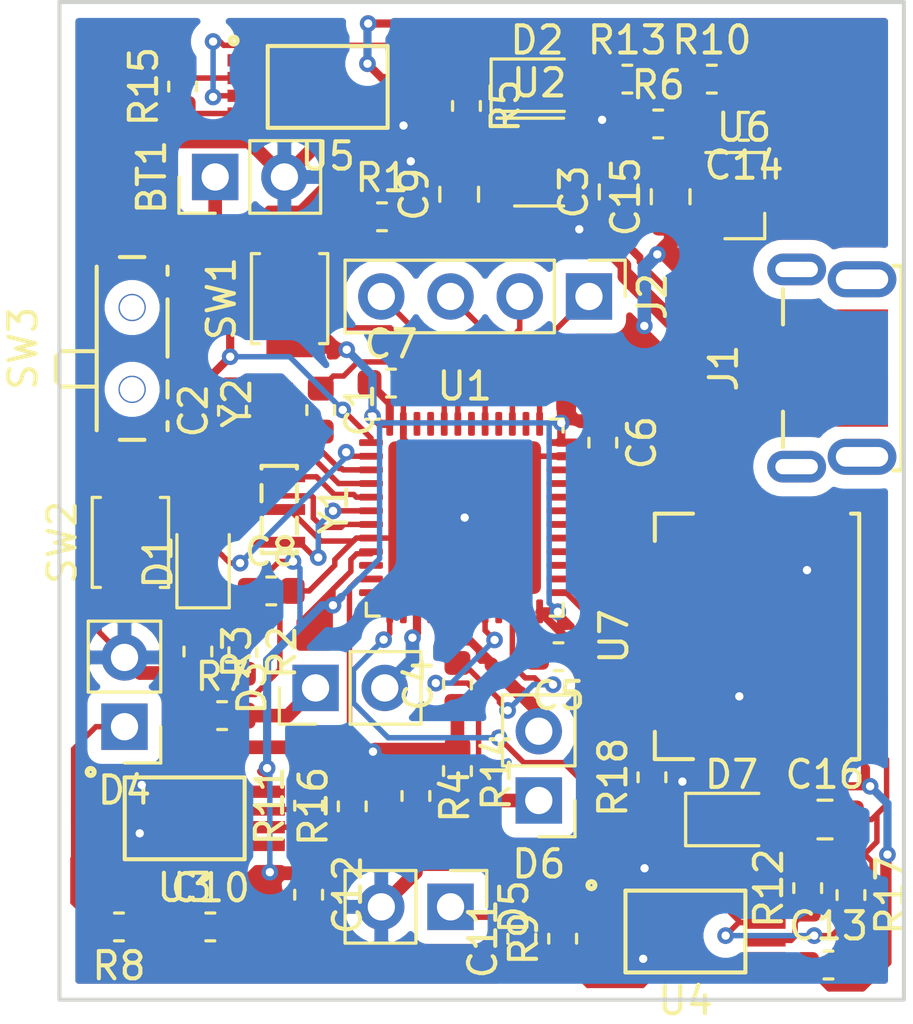
<source format=kicad_pcb>
(kicad_pcb (version 20171130) (host pcbnew 5.1.0+dfsg1-1)
  (layers (0 F.Cu signal) (31 B.Cu signal) (34 B.Paste user hide) (35 F.Paste user) (36 B.SilkS user) (37 F.SilkS user) (38 B.Mask user) (39 F.Mask user) (44 Edge.Cuts user))
  (net 0 "")
  (net 1 GND)
  (net 2 "Net-(BT1-Pad1)")
  (net 3 "Net-(C1-Pad2)")
  (net 4 "Net-(C2-Pad2)")
  (net 5 "Net-(C3-Pad1)")
  (net 6 "Net-(C4-Pad2)")
  (net 7 +3V3)
  (net 8 VBAT)
  (net 9 "Net-(C10-Pad1)")
  (net 10 "Net-(C10-Pad2)")
  (net 11 "Net-(C11-Pad2)")
  (net 12 "Net-(C11-Pad1)")
  (net 13 "Net-(C14-Pad1)")
  (net 14 "Net-(D1-Pad2)")
  (net 15 "Net-(D1-Pad1)")
  (net 16 "Net-(D3-Pad1)")
  (net 17 IRLED)
  (net 18 GreenLED)
  (net 19 "Net-(D6-Pad1)")
  (net 20 "Net-(D7-Pad1)")
  (net 21 "Net-(R1-Pad1)")
  (net 22 "Net-(R2-Pad2)")
  (net 23 "Net-(R4-Pad1)")
  (net 24 "Net-(R5-Pad2)")
  (net 25 "Net-(D2-Pad1)")
  (net 26 "Net-(R6-Pad1)")
  (net 27 "Net-(R10-Pad1)")
  (net 28 "Net-(R11-Pad1)")
  (net 29 "Net-(R12-Pad1)")
  (net 30 "Net-(R15-Pad1)")
  (net 31 PhotoDiode1)
  (net 32 PhotoDiode2)
  (net 33 "Net-(R18-Pad2)")
  (net 34 "Net-(U1-Pad5)")
  (net 35 "Net-(U1-Pad6)")
  (net 36 "Net-(U1-Pad10)")
  (net 37 "Net-(U1-Pad12)")
  (net 38 "Net-(U1-Pad14)")
  (net 39 "Net-(U1-Pad16)")
  (net 40 "Net-(U1-Pad18)")
  (net 41 "Net-(U1-Pad19)")
  (net 42 "Net-(U1-Pad31)")
  (net 43 USBD-)
  (net 44 USBD+)
  (net 45 "Net-(U1-Pad34)")
  (net 46 "Net-(U1-Pad38)")
  (net 47 "Net-(U1-Pad40)")
  (net 48 "Net-(U1-Pad42)")
  (net 49 "Net-(U1-Pad45)")
  (net 50 "Net-(J2-Pad1)")
  (net 51 "Net-(J2-Pad2)")
  (net 52 "Net-(J2-Pad3)")
  (net 53 "Net-(J2-Pad4)")
  (net 54 "Net-(U1-Pad21)")
  (net 55 "Net-(U1-Pad46)")
  (net 56 "Net-(J1-Pad4)")
  (net 57 "Net-(J1-Pad11)")
  (net 58 "Net-(J1-Pad6)")
  (net 59 "Net-(J1-Pad10)")
  (net 60 "Net-(J1-Pad7)")
  (net 61 "Net-(J1-Pad9)")
  (net 62 "Net-(J1-Pad8)")
  (net 63 "Net-(U5-Pad1)")
  (net 64 "Net-(SW3-Pad1)")
  (net 65 "Net-(SW3-Pad4)")
  (net 66 "Net-(SW3-Pad5)")
  (net 67 "Net-(SW3-Pad7)")
  (net 68 "Net-(SW3-Pad6)")
  (net 69 "Net-(U7-Pad1)")
  (net 70 "Net-(U7-Pad3)")
  (net 71 "Net-(U7-Pad4)")
  (net 72 "Net-(U7-Pad5)")
  (net 73 /RX_IND)
  (net 74 /RX)
  (net 75 /TX)
  (net 76 /RTS)
  (net 77 /RST_N)
  (net 78 /CTS)
  (net 79 "Net-(U7-Pad15)")
  (net 80 "Net-(U7-Pad16)")
  (module rcpaperplane:TSSOP-8 (layer F.Cu) (at 194.675 114.85)
    (fp_text reference U4 (at 0 2.54) (layer F.SilkS))
    (fp_text value Opamp_Dual_Generic)
    (pad 1 smd rect (at -2.95 -0.975) (size 1.45 0.45) (layers F.Cu F.Paste F.Mask) (net 12 "Net-(C11-Pad1)"))
    (pad 2 smd rect (at -2.95 -0.325) (size 1.45 0.45) (layers F.Cu F.Paste F.Mask) (net 11 "Net-(C11-Pad2)"))
    (pad 3 smd rect (at -2.95 0.325) (size 1.45 0.45) (layers F.Cu F.Paste F.Mask) (net 1 GND))
    (pad 4 smd rect (at -2.95 0.975) (size 1.45 0.45) (layers F.Cu F.Paste F.Mask) (net 1 GND))
    (pad 5 smd rect (at 2.95 0.975) (size 1.45 0.45) (layers F.Cu F.Paste F.Mask) (net 12 "Net-(C11-Pad1)"))
    (pad 6 smd rect (at 2.95 0.325) (size 1.45 0.45) (layers F.Cu F.Paste F.Mask) (net 29 "Net-(R12-Pad1)"))
    (pad 7 smd rect (at 2.95 -0.325) (size 1.45 0.45) (layers F.Cu F.Paste F.Mask) (net 32 PhotoDiode2))
    (pad 8 smd rect (at 2.95 -0.975) (size 1.45 0.45) (layers F.Cu F.Paste F.Mask) (net 7 +3V3))
  )
  (module Button_Switch_SMD:SW_SPST_B3U-1000P (layer F.Cu) (at 180.1495 91.645 90)
    (fp_text reference SW1 (at 0 -2.5 90) (layer F.SilkS))
    (fp_text value SW_Push)
    (pad 2 smd rect (at 1.7 0 90) (size 0.9 1.7) (layers F.Cu F.Paste F.Mask) (net 21 "Net-(R1-Pad1)"))
    (pad 1 smd rect (at -1.7 0 90) (size 0.9 1.7) (layers F.Cu F.Paste F.Mask) (net 7 +3V3))
  )
  (module Capacitor_SMD:C_0805_2012Metric (layer F.Cu) (at 194.1322 87.9094 90)
    (fp_text reference C15 (at 0 -1.65 90) (layer F.SilkS))
    (fp_text value 10µF)
    (pad 2 smd roundrect (at 0.9375 0 90) (size 0.975 1.4) (layers F.Cu F.Paste F.Mask) (net 1 GND))
    (pad 1 smd roundrect (at -0.9375 0 90) (size 0.975 1.4) (layers F.Cu F.Paste F.Mask) (net 7 +3V3))
  )
  (module Package_TO_SOT_SMD:SOT-23 (layer F.Cu) (at 196.8246 87.868357)
    (fp_text reference U6 (at 0 -2.5) (layer F.SilkS))
    (fp_text value MCP1702T-3302E/CB)
    (pad 1 smd rect (at -1 -0.95) (size 0.9 0.8) (layers F.Cu F.Paste F.Mask) (net 1 GND))
    (pad 2 smd rect (at -1 0.95) (size 0.9 0.8) (layers F.Cu F.Paste F.Mask) (net 7 +3V3))
    (pad 3 smd rect (at 1 0) (size 0.9 0.8) (layers F.Cu F.Paste F.Mask) (net 13 "Net-(C14-Pad1)"))
  )
  (module rcpaperplane:USB_microB_2040002-1 (layer F.Cu) (at 201.155 94.1914 90)
    (fp_text reference J1 (at 0 -5.08 90) (layer F.SilkS))
    (fp_text value USB_microB_2040002-1)
    (pad 1 smd rect (at -1.3 -2.675 90) (size 0.4 1.35) (layers F.Cu F.Paste F.Mask) (net 5 "Net-(C3-Pad1)"))
    (pad 2 smd rect (at -0.65 -2.675 90) (size 0.4 1.35) (layers F.Cu F.Paste F.Mask) (net 43 USBD-))
    (pad 3 smd rect (at 0 -2.675 90) (size 0.4 1.35) (layers F.Cu F.Paste F.Mask) (net 44 USBD+))
    (pad 4 smd rect (at 0.65 -2.675 90) (size 0.4 1.35) (layers F.Cu F.Paste F.Mask) (net 56 "Net-(J1-Pad4)"))
    (pad 5 smd rect (at 1.3 -2.675 90) (size 0.4 1.35) (layers F.Cu F.Paste F.Mask) (net 1 GND))
    (pad 11 thru_hole oval (at -3.615 -2.4 90) (size 1.16 2.16) (drill oval 0.56 1.56) (layers *.Cu *.Mask) (net 57 "Net-(J1-Pad11)"))
    (pad 6 thru_hole oval (at 3.615 -2.4 90) (size 1.16 2.16) (drill oval 0.56 1.56) (layers *.Cu *.Mask) (net 58 "Net-(J1-Pad6)"))
    (pad 10 thru_hole oval (at -3.255 0 90) (size 1.32 2.52) (drill oval 0.72 1.92) (layers *.Cu *.Mask) (net 59 "Net-(J1-Pad10)"))
    (pad 7 thru_hole oval (at 3.255 0 90) (size 1.32 2.52) (drill oval 0.72 1.92) (layers *.Cu *.Mask) (net 60 "Net-(J1-Pad7)"))
    (pad 9 smd rect (at -1.2 0 90) (size 1.9 1.9) (layers F.Cu F.Paste F.Mask) (net 61 "Net-(J1-Pad9)"))
    (pad 8 smd rect (at 1.2 0 90) (size 1.9 1.9) (layers F.Cu F.Paste F.Mask) (net 62 "Net-(J1-Pad8)"))
  )
  (module Resistor_SMD:R_0603_1608Metric (layer F.Cu) (at 193.675 85.2424)
    (fp_text reference R6 (at 0 -1.43) (layer F.SilkS))
    (fp_text value 10K)
    (pad 1 smd roundrect (at -0.7875 0) (size 0.875 0.95) (layers F.Cu F.Paste F.Mask) (net 26 "Net-(R6-Pad1)"))
    (pad 2 smd roundrect (at 0.7875 0) (size 0.875 0.95) (layers F.Cu F.Paste F.Mask) (net 1 GND))
  )
  (module Capacitor_SMD:C_0805_2012Metric (layer F.Cu) (at 186.3725 87.8205 90)
    (fp_text reference C9 (at 0 -1.65 90) (layer F.SilkS))
    (fp_text value 10µF)
    (pad 1 smd roundrect (at -0.9375 0 90) (size 0.975 1.4) (layers F.Cu F.Paste F.Mask) (net 8 VBAT))
    (pad 2 smd roundrect (at 0.9375 0 90) (size 0.975 1.4) (layers F.Cu F.Paste F.Mask) (net 1 GND))
  )
  (module Package_TO_SOT_SMD:SOT-23-5 (layer F.Cu) (at 189.3062 86.6394)
    (fp_text reference U2 (at 0 -2.9) (layer F.SilkS))
    (fp_text value MCP73831T-2ACI/OT)
    (pad 1 smd rect (at -1.1 -0.95) (size 1.06 0.65) (layers F.Cu F.Paste F.Mask) (net 24 "Net-(R5-Pad2)"))
    (pad 2 smd rect (at -1.1 0) (size 1.06 0.65) (layers F.Cu F.Paste F.Mask) (net 1 GND))
    (pad 3 smd rect (at -1.1 0.95) (size 1.06 0.65) (layers F.Cu F.Paste F.Mask) (net 8 VBAT))
    (pad 4 smd rect (at 1.1 0.95) (size 1.06 0.65) (layers F.Cu F.Paste F.Mask) (net 5 "Net-(C3-Pad1)"))
    (pad 5 smd rect (at 1.1 -0.95) (size 1.06 0.65) (layers F.Cu F.Paste F.Mask) (net 26 "Net-(R6-Pad1)"))
  )
  (module LED_SMD:LED_0805_2012Metric (layer F.Cu) (at 189.23 83.82)
    (fp_text reference D2 (at 0 -1.65) (layer F.SilkS))
    (fp_text value LED_Small)
    (pad 2 smd roundrect (at 0.9375 0) (size 0.975 1.4) (layers F.Cu F.Paste F.Mask) (net 5 "Net-(C3-Pad1)"))
    (pad 1 smd roundrect (at -0.9375 0) (size 0.975 1.4) (layers F.Cu F.Paste F.Mask) (net 25 "Net-(D2-Pad1)"))
  )
  (module Resistor_SMD:R_0603_1608Metric (layer F.Cu) (at 192.544076 83.598233)
    (fp_text reference R13 (at 0 -1.43) (layer F.SilkS))
    (fp_text value 20K)
    (pad 1 smd roundrect (at -0.7875 0) (size 0.875 0.95) (layers F.Cu F.Paste F.Mask) (net 5 "Net-(C3-Pad1)"))
    (pad 2 smd roundrect (at 0.7875 0) (size 0.875 0.95) (layers F.Cu F.Paste F.Mask) (net 27 "Net-(R10-Pad1)"))
  )
  (module Resistor_SMD:R_0603_1608Metric (layer F.Cu) (at 190.1698 115.1128 90)
    (fp_text reference R9 (at 0 -1.43 90) (layer F.SilkS))
    (fp_text value 1M)
    (pad 1 smd roundrect (at -0.7875 0 90) (size 0.875 0.95) (layers F.Cu F.Paste F.Mask) (net 12 "Net-(C11-Pad1)"))
    (pad 2 smd roundrect (at 0.7875 0 90) (size 0.875 0.95) (layers F.Cu F.Paste F.Mask) (net 11 "Net-(C11-Pad2)"))
  )
  (module Capacitor_SMD:C_0603_1608Metric (layer F.Cu) (at 180.848 113.5 270)
    (fp_text reference C12 (at 0 -1.43 270) (layer F.SilkS))
    (fp_text value 100nF)
    (pad 1 smd roundrect (at -0.7875 0 270) (size 0.875 0.95) (layers F.Cu F.Paste F.Mask) (net 7 +3V3))
    (pad 2 smd roundrect (at 0.7875 0 270) (size 0.875 0.95) (layers F.Cu F.Paste F.Mask) (net 1 GND))
  )
  (module Connector_PinHeader_2.54mm:PinHeader_1x02_P2.54mm_Vertical (layer F.Cu) (at 177.419 87.1855 90)
    (fp_text reference BT1 (at 0 -2.33 90) (layer F.SilkS))
    (fp_text value Battery)
    (pad 2 thru_hole oval (at 0 2.54 90) (size 1.7 1.7) (drill 1) (layers *.Cu *.Mask) (net 1 GND))
    (pad 1 thru_hole rect (at 0 0 90) (size 1.7 1.7) (drill 1) (layers *.Cu *.Mask) (net 2 "Net-(BT1-Pad1)"))
  )
  (module Capacitor_SMD:C_0603_1608Metric (layer F.Cu) (at 181.2925 95.7325 270)
    (fp_text reference C1 (at 0 -1.43 270) (layer F.SilkS))
    (fp_text value 4pF)
    (pad 2 smd roundrect (at 0.7875 0 270) (size 0.875 0.95) (layers F.Cu F.Paste F.Mask) (net 3 "Net-(C1-Pad2)"))
    (pad 1 smd roundrect (at -0.7875 0 270) (size 0.875 0.95) (layers F.Cu F.Paste F.Mask) (net 1 GND))
  )
  (module Capacitor_SMD:C_0603_1608Metric (layer F.Cu) (at 178.054 95.758 90)
    (fp_text reference C2 (at 0 -1.43 90) (layer F.SilkS))
    (fp_text value 4pF)
    (pad 2 smd roundrect (at 0.7875 0 90) (size 0.875 0.95) (layers F.Cu F.Paste F.Mask) (net 4 "Net-(C2-Pad2)"))
    (pad 1 smd roundrect (at -0.7875 0 90) (size 0.875 0.95) (layers F.Cu F.Paste F.Mask) (net 1 GND))
  )
  (module Capacitor_SMD:C_0805_2012Metric (layer F.Cu) (at 192.224903 87.734852 90)
    (fp_text reference C3 (at 0 -1.65 90) (layer F.SilkS))
    (fp_text value 10µF)
    (pad 1 smd roundrect (at -0.9375 0 90) (size 0.975 1.4) (layers F.Cu F.Paste F.Mask) (net 5 "Net-(C3-Pad1)"))
    (pad 2 smd roundrect (at 0.9375 0 90) (size 0.975 1.4) (layers F.Cu F.Paste F.Mask) (net 1 GND))
  )
  (module Capacitor_SMD:C_0603_1608Metric (layer F.Cu) (at 186.309 105.791 90)
    (fp_text reference C4 (at 0 -1.43 90) (layer F.SilkS))
    (fp_text value 4.7uF)
    (pad 2 smd roundrect (at 0.7875 0 90) (size 0.875 0.95) (layers F.Cu F.Paste F.Mask) (net 6 "Net-(C4-Pad2)"))
    (pad 1 smd roundrect (at -0.7875 0 90) (size 0.875 0.95) (layers F.Cu F.Paste F.Mask) (net 1 GND))
  )
  (module Capacitor_SMD:C_0603_1608Metric (layer F.Cu) (at 190.0175 104.775 180)
    (fp_text reference C5 (at 0 -1.43 180) (layer F.SilkS))
    (fp_text value 0.1uF)
    (pad 2 smd roundrect (at 0.7875 0 180) (size 0.875 0.95) (layers F.Cu F.Paste F.Mask) (net 1 GND))
    (pad 1 smd roundrect (at -0.7875 0 180) (size 0.875 0.95) (layers F.Cu F.Paste F.Mask) (net 7 +3V3))
  )
  (module Capacitor_SMD:C_0603_1608Metric (layer F.Cu) (at 191.643 96.9265 270)
    (fp_text reference C6 (at 0 -1.43 270) (layer F.SilkS))
    (fp_text value 0.1uF)
    (pad 1 smd roundrect (at -0.7875 0 270) (size 0.875 0.95) (layers F.Cu F.Paste F.Mask) (net 7 +3V3))
    (pad 2 smd roundrect (at 0.7875 0 270) (size 0.875 0.95) (layers F.Cu F.Paste F.Mask) (net 1 GND))
  )
  (module Capacitor_SMD:C_0603_1608Metric (layer F.Cu) (at 183.8705 94.742)
    (fp_text reference C7 (at 0 -1.43) (layer F.SilkS))
    (fp_text value 0.1uF)
    (pad 2 smd roundrect (at 0.7875 0) (size 0.875 0.95) (layers F.Cu F.Paste F.Mask) (net 1 GND))
    (pad 1 smd roundrect (at -0.7875 0) (size 0.875 0.95) (layers F.Cu F.Paste F.Mask) (net 7 +3V3))
  )
  (module Capacitor_SMD:C_0603_1608Metric (layer F.Cu) (at 179.4765 102.362)
    (fp_text reference C8 (at 0 -1.43) (layer F.SilkS))
    (fp_text value 0.1uF)
    (pad 1 smd roundrect (at -0.7875 0) (size 0.875 0.95) (layers F.Cu F.Paste F.Mask) (net 7 +3V3))
    (pad 2 smd roundrect (at 0.7875 0) (size 0.875 0.95) (layers F.Cu F.Paste F.Mask) (net 1 GND))
  )
  (module Capacitor_SMD:C_0603_1608Metric (layer F.Cu) (at 177.2413 114.681)
    (fp_text reference C10 (at 0 -1.43) (layer F.SilkS))
    (fp_text value 3nF)
    (pad 1 smd roundrect (at -0.7875 0) (size 0.875 0.95) (layers F.Cu F.Paste F.Mask) (net 9 "Net-(C10-Pad1)"))
    (pad 2 smd roundrect (at 0.7875 0) (size 0.875 0.95) (layers F.Cu F.Paste F.Mask) (net 10 "Net-(C10-Pad2)"))
  )
  (module Capacitor_SMD:C_0603_1608Metric (layer F.Cu) (at 188.6712 115.1128 90)
    (fp_text reference C11 (at 0 -1.43 90) (layer F.SilkS))
    (fp_text value 300pF)
    (pad 2 smd roundrect (at 0.7875 0 90) (size 0.875 0.95) (layers F.Cu F.Paste F.Mask) (net 11 "Net-(C11-Pad2)"))
    (pad 1 smd roundrect (at -0.7875 0 90) (size 0.875 0.95) (layers F.Cu F.Paste F.Mask) (net 12 "Net-(C11-Pad1)"))
  )
  (module Capacitor_SMD:C_0603_1608Metric (layer F.Cu) (at 199.9234 116.078)
    (fp_text reference C13 (at 0 -1.43) (layer F.SilkS))
    (fp_text value 100nF)
    (pad 1 smd roundrect (at -0.7875 0) (size 0.875 0.95) (layers F.Cu F.Paste F.Mask) (net 7 +3V3))
    (pad 2 smd roundrect (at 0.7875 0) (size 0.875 0.95) (layers F.Cu F.Paste F.Mask) (net 1 GND))
  )
  (module Capacitor_SMD:C_0603_1608Metric (layer F.Cu) (at 196.825917 85.328357 180)
    (fp_text reference C14 (at 0 -1.43 180) (layer F.SilkS))
    (fp_text value 1µF)
    (pad 1 smd roundrect (at -0.7875 0 180) (size 0.875 0.95) (layers F.Cu F.Paste F.Mask) (net 13 "Net-(C14-Pad1)"))
    (pad 2 smd roundrect (at 0.7875 0 180) (size 0.875 0.95) (layers F.Cu F.Paste F.Mask) (net 1 GND))
  )
  (module Capacitor_SMD:C_0805_2012Metric (layer F.Cu) (at 199.7964 110.744)
    (fp_text reference C16 (at 0 -1.65) (layer F.SilkS))
    (fp_text value 10µF)
    (pad 2 smd roundrect (at 0.9375 0) (size 0.975 1.4) (layers F.Cu F.Paste F.Mask) (net 1 GND))
    (pad 1 smd roundrect (at -0.9375 0) (size 0.975 1.4) (layers F.Cu F.Paste F.Mask) (net 7 +3V3))
  )
  (module LED_SMD:LED_0805_2012Metric (layer F.Cu) (at 176.9745 101.2975 90)
    (fp_text reference D1 (at 0 -1.65 90) (layer F.SilkS))
    (fp_text value LED_Small)
    (pad 1 smd roundrect (at -0.9375 0 90) (size 0.975 1.4) (layers F.Cu F.Paste F.Mask) (net 15 "Net-(D1-Pad1)"))
    (pad 2 smd roundrect (at 0.9375 0 90) (size 0.975 1.4) (layers F.Cu F.Paste F.Mask) (net 14 "Net-(D1-Pad2)"))
  )
  (module Connector_PinHeader_2.54mm:PinHeader_1x02_P2.54mm_Vertical (layer F.Cu) (at 181.102 105.918 90)
    (fp_text reference D3 (at 0 -2.33 90) (layer F.SilkS))
    (fp_text value IR)
    (pad 1 thru_hole rect (at 0 0 90) (size 1.7 1.7) (drill 1) (layers *.Cu *.Mask) (net 16 "Net-(D3-Pad1)"))
    (pad 2 thru_hole oval (at 0 2.54 90) (size 1.7 1.7) (drill 1) (layers *.Cu *.Mask) (net 17 IRLED))
  )
  (module Connector_PinHeader_2.54mm:PinHeader_1x02_P2.54mm_Vertical (layer F.Cu) (at 174.0916 107.3404 180)
    (fp_text reference D4 (at 0 -2.33 180) (layer F.SilkS))
    (fp_text value "IR PhotoDiode")
    (pad 1 thru_hole rect (at 0 0 180) (size 1.7 1.7) (drill 1) (layers *.Cu *.Mask) (net 10 "Net-(C10-Pad2)"))
    (pad 2 thru_hole oval (at 0 2.54 180) (size 1.7 1.7) (drill 1) (layers *.Cu *.Mask) (net 1 GND))
  )
  (module Connector_PinHeader_2.54mm:PinHeader_1x02_P2.54mm_Vertical (layer F.Cu) (at 186.055 113.9444 270)
    (fp_text reference D5 (at 0 -2.33 270) (layer F.SilkS))
    (fp_text value GreenPhotoDiode)
    (pad 2 thru_hole oval (at 0 2.54 270) (size 1.7 1.7) (drill 1) (layers *.Cu *.Mask) (net 1 GND))
    (pad 1 thru_hole rect (at 0 0 270) (size 1.7 1.7) (drill 1) (layers *.Cu *.Mask) (net 11 "Net-(C11-Pad2)"))
  )
  (module Connector_PinHeader_2.54mm:PinHeader_1x02_P2.54mm_Vertical (layer F.Cu) (at 189.2935 110.0455 180)
    (fp_text reference D6 (at 0 -2.33 180) (layer F.SilkS))
    (fp_text value Green)
    (pad 1 thru_hole rect (at 0 0 180) (size 1.7 1.7) (drill 1) (layers *.Cu *.Mask) (net 19 "Net-(D6-Pad1)"))
    (pad 2 thru_hole oval (at 0 2.54 180) (size 1.7 1.7) (drill 1) (layers *.Cu *.Mask) (net 18 GreenLED))
  )
  (module LED_SMD:LED_0805_2012Metric (layer F.Cu) (at 196.3674 110.744)
    (fp_text reference D7 (at 0 -1.65) (layer F.SilkS))
    (fp_text value B)
    (pad 1 smd roundrect (at -0.9375 0) (size 0.975 1.4) (layers F.Cu F.Paste F.Mask) (net 20 "Net-(D7-Pad1)"))
    (pad 2 smd roundrect (at 0.9375 0) (size 0.975 1.4) (layers F.Cu F.Paste F.Mask) (net 7 +3V3))
  )
  (module Connector_PinHeader_2.54mm:PinHeader_1x04_P2.54mm_Vertical (layer F.Cu) (at 191.135 91.567 270)
    (fp_text reference J2 (at 0 -2.33 270) (layer F.SilkS))
    (fp_text value Conn_01x04_Male)
    (pad 1 thru_hole rect (at 0 0 270) (size 1.7 1.7) (drill 1) (layers *.Cu *.Mask) (net 50 "Net-(J2-Pad1)"))
    (pad 2 thru_hole oval (at 0 2.54 270) (size 1.7 1.7) (drill 1) (layers *.Cu *.Mask) (net 51 "Net-(J2-Pad2)"))
    (pad 3 thru_hole oval (at 0 5.08 270) (size 1.7 1.7) (drill 1) (layers *.Cu *.Mask) (net 52 "Net-(J2-Pad3)"))
    (pad 4 thru_hole oval (at 0 7.62 270) (size 1.7 1.7) (drill 1) (layers *.Cu *.Mask) (net 53 "Net-(J2-Pad4)"))
  )
  (module Resistor_SMD:R_0603_1608Metric (layer F.Cu) (at 183.5405 88.646)
    (fp_text reference R1 (at 0 -1.43) (layer F.SilkS))
    (fp_text value 10K)
    (pad 1 smd roundrect (at -0.7875 0) (size 0.875 0.95) (layers F.Cu F.Paste F.Mask) (net 21 "Net-(R1-Pad1)"))
    (pad 2 smd roundrect (at 0.7875 0) (size 0.875 0.95) (layers F.Cu F.Paste F.Mask) (net 1 GND))
  )
  (module Resistor_SMD:R_0603_1608Metric (layer F.Cu) (at 178.435 104.61 270)
    (fp_text reference R2 (at 0 -1.43 270) (layer F.SilkS))
    (fp_text value 10K)
    (pad 2 smd roundrect (at 0.7875 0 270) (size 0.875 0.95) (layers F.Cu F.Paste F.Mask) (net 22 "Net-(R2-Pad2)"))
    (pad 1 smd roundrect (at -0.7875 0 270) (size 0.875 0.95) (layers F.Cu F.Paste F.Mask) (net 7 +3V3))
  )
  (module Resistor_SMD:R_0603_1608Metric (layer F.Cu) (at 176.784 104.5845 270)
    (fp_text reference R3 (at 0 -1.43 270) (layer F.SilkS))
    (fp_text value 1k)
    (pad 2 smd roundrect (at 0.7875 0 270) (size 0.875 0.95) (layers F.Cu F.Paste F.Mask) (net 1 GND))
    (pad 1 smd roundrect (at -0.7875 0 270) (size 0.875 0.95) (layers F.Cu F.Paste F.Mask) (net 15 "Net-(D1-Pad1)"))
  )
  (module Resistor_SMD:R_0603_1608Metric (layer F.Cu) (at 184.785 109.8805 270)
    (fp_text reference R4 (at 0 -1.43 270) (layer F.SilkS))
    (fp_text value 10K)
    (pad 1 smd roundrect (at -0.7875 0 270) (size 0.875 0.95) (layers F.Cu F.Paste F.Mask) (net 23 "Net-(R4-Pad1)"))
    (pad 2 smd roundrect (at 0.7875 0 270) (size 0.875 0.95) (layers F.Cu F.Paste F.Mask) (net 1 GND))
  )
  (module Resistor_SMD:R_0603_1608Metric (layer F.Cu) (at 186.6392 84.5819 270)
    (fp_text reference R5 (at 0 -1.43 270) (layer F.SilkS))
    (fp_text value 1K)
    (pad 1 smd roundrect (at -0.7875 0 270) (size 0.875 0.95) (layers F.Cu F.Paste F.Mask) (net 25 "Net-(D2-Pad1)"))
    (pad 2 smd roundrect (at 0.7875 0 270) (size 0.875 0.95) (layers F.Cu F.Paste F.Mask) (net 24 "Net-(R5-Pad2)"))
  )
  (module Resistor_SMD:R_0603_1608Metric (layer F.Cu) (at 177.673 106.934)
    (fp_text reference R7 (at 0 -1.43) (layer F.SilkS))
    (fp_text value 100)
    (pad 2 smd roundrect (at 0.7875 0) (size 0.875 0.95) (layers F.Cu F.Paste F.Mask) (net 16 "Net-(D3-Pad1)"))
    (pad 1 smd roundrect (at -0.7875 0) (size 0.875 0.95) (layers F.Cu F.Paste F.Mask) (net 1 GND))
  )
  (module Resistor_SMD:R_0603_1608Metric (layer F.Cu) (at 173.8884 114.681 180)
    (fp_text reference R8 (at 0 -1.43 180) (layer F.SilkS))
    (fp_text value 100k)
    (pad 2 smd roundrect (at 0.7875 0 180) (size 0.875 0.95) (layers F.Cu F.Paste F.Mask) (net 10 "Net-(C10-Pad2)"))
    (pad 1 smd roundrect (at -0.7875 0 180) (size 0.875 0.95) (layers F.Cu F.Paste F.Mask) (net 9 "Net-(C10-Pad1)"))
  )
  (module Resistor_SMD:R_0603_1608Metric (layer F.Cu) (at 195.643076 83.598233)
    (fp_text reference R10 (at 0 -1.43) (layer F.SilkS))
    (fp_text value 10K)
    (pad 2 smd roundrect (at 0.7875 0) (size 0.875 0.95) (layers F.Cu F.Paste F.Mask) (net 1 GND))
    (pad 1 smd roundrect (at -0.7875 0) (size 0.875 0.95) (layers F.Cu F.Paste F.Mask) (net 27 "Net-(R10-Pad1)"))
  )
  (module Resistor_SMD:R_0603_1608Metric (layer F.Cu) (at 180.848 110.236 90)
    (fp_text reference R11 (at 0 -1.43 90) (layer F.SilkS))
    (fp_text value 100)
    (pad 1 smd roundrect (at -0.7875 0 90) (size 0.875 0.95) (layers F.Cu F.Paste F.Mask) (net 28 "Net-(R11-Pad1)"))
    (pad 2 smd roundrect (at 0.7875 0 90) (size 0.875 0.95) (layers F.Cu F.Paste F.Mask) (net 1 GND))
  )
  (module Resistor_SMD:R_0603_1608Metric (layer F.Cu) (at 199.1614 113.2586 90)
    (fp_text reference R12 (at 0 -1.43 90) (layer F.SilkS))
    (fp_text value 100)
    (pad 1 smd roundrect (at -0.7875 0 90) (size 0.875 0.95) (layers F.Cu F.Paste F.Mask) (net 29 "Net-(R12-Pad1)"))
    (pad 2 smd roundrect (at 0.7875 0 90) (size 0.875 0.95) (layers F.Cu F.Paste F.Mask) (net 1 GND))
  )
  (module Resistor_SMD:R_0603_1608Metric (layer F.Cu) (at 186.309 108.966 270)
    (fp_text reference R14 (at 0 -1.43 270) (layer F.SilkS))
    (fp_text value 75)
    (pad 2 smd roundrect (at 0.7875 0 270) (size 0.875 0.95) (layers F.Cu F.Paste F.Mask) (net 19 "Net-(D6-Pad1)"))
    (pad 1 smd roundrect (at -0.7875 0 270) (size 0.875 0.95) (layers F.Cu F.Paste F.Mask) (net 1 GND))
  )
  (module Resistor_SMD:R_0603_1608Metric (layer F.Cu) (at 176.2252 83.8708 90)
    (fp_text reference R15 (at 0 -1.43 90) (layer F.SilkS))
    (fp_text value 1K)
    (pad 1 smd roundrect (at -0.7875 0 90) (size 0.875 0.95) (layers F.Cu F.Paste F.Mask) (net 30 "Net-(R15-Pad1)"))
    (pad 2 smd roundrect (at 0.7875 0 90) (size 0.875 0.95) (layers F.Cu F.Paste F.Mask) (net 1 GND))
  )
  (module Resistor_SMD:R_0603_1608Metric (layer F.Cu) (at 182.4482 110.2614 90)
    (fp_text reference R16 (at 0 -1.43 90) (layer F.SilkS))
    (fp_text value 10k)
    (pad 2 smd roundrect (at 0.7875 0 90) (size 0.875 0.95) (layers F.Cu F.Paste F.Mask) (net 31 PhotoDiode1))
    (pad 1 smd roundrect (at -0.7875 0 90) (size 0.875 0.95) (layers F.Cu F.Paste F.Mask) (net 28 "Net-(R11-Pad1)"))
  )
  (module Resistor_SMD:R_0603_1608Metric (layer F.Cu) (at 200.7489 113.5125 270)
    (fp_text reference R17 (at 0 -1.43 270) (layer F.SilkS))
    (fp_text value 10k)
    (pad 2 smd roundrect (at 0.7875 0 270) (size 0.875 0.95) (layers F.Cu F.Paste F.Mask) (net 32 PhotoDiode2))
    (pad 1 smd roundrect (at -0.7875 0 270) (size 0.875 0.95) (layers F.Cu F.Paste F.Mask) (net 29 "Net-(R12-Pad1)"))
  )
  (module Resistor_SMD:R_0603_1608Metric (layer F.Cu) (at 193.4464 109.1946 90)
    (fp_text reference R18 (at 0 -1.43 90) (layer F.SilkS))
    (fp_text value 1K)
    (pad 2 smd roundrect (at 0.7875 0 90) (size 0.875 0.95) (layers F.Cu F.Paste F.Mask) (net 33 "Net-(R18-Pad2)"))
    (pad 1 smd roundrect (at -0.7875 0 90) (size 0.875 0.95) (layers F.Cu F.Paste F.Mask) (net 20 "Net-(D7-Pad1)"))
  )
  (module Button_Switch_SMD:SW_SPST_B3U-1000P (layer F.Cu) (at 174.3075 100.584 90)
    (fp_text reference SW2 (at 0 -2.5 90) (layer F.SilkS))
    (fp_text value SW_Push)
    (pad 1 smd rect (at -1.7 0 90) (size 0.9 1.7) (layers F.Cu F.Paste F.Mask) (net 22 "Net-(R2-Pad2)"))
    (pad 2 smd rect (at 1.7 0 90) (size 0.9 1.7) (layers F.Cu F.Paste F.Mask) (net 1 GND))
  )
  (module rcpaperplane:PCM12 (layer F.Cu) (at 174.371 93.472 270)
    (fp_text reference SW3 (at 0 4 270) (layer F.SilkS))
    (fp_text value PCM12)
    (pad 2 smd rect (at 0.75 -1.75 270) (size 0.7 1.5) (layers F.Cu F.Paste F.Mask) (net 2 "Net-(BT1-Pad1)"))
    (pad 1 smd rect (at -2.25 -1.75 270) (size 0.7 1.5) (layers F.Cu F.Paste F.Mask) (net 64 "Net-(SW3-Pad1)"))
    (pad 3 smd rect (at 2.25 -1.75 270) (size 0.7 1.5) (layers F.Cu F.Paste F.Mask) (net 8 VBAT))
    (pad 4 smd rect (at 3.65 -0.9715 270) (size 1 0.8) (layers F.Cu F.Paste F.Mask) (net 65 "Net-(SW3-Pad4)"))
    (pad 5 smd rect (at 3.65 0.9715 270) (size 1 0.8) (layers F.Cu F.Paste F.Mask) (net 66 "Net-(SW3-Pad5)"))
    (pad 7 smd rect (at -3.65 -0.9715 270) (size 1 0.8) (layers F.Cu F.Paste F.Mask) (net 67 "Net-(SW3-Pad7)"))
    (pad 6 smd rect (at -3.65 0.9715 270) (size 1 0.8) (layers F.Cu F.Paste F.Mask) (net 68 "Net-(SW3-Pad6)"))
    (pad "" np_thru_hole circle (at -1.5 0 270) (size 1 1) (drill 0.9) (layers *.Cu *.Mask))
    (pad "" np_thru_hole circle (at 1.5 0 270) (size 1 1) (drill 0.9) (layers *.Cu *.Mask))
  )
  (module Package_DFN_QFN:QFN-48-1EP_7x7mm_P0.5mm_EP5.6x5.6mm (layer F.Cu) (at 186.573698 99.674507)
    (fp_text reference U1 (at 0 -4.82) (layer F.SilkS))
    (fp_text value STM32F411CEUx)
    (pad 49 smd roundrect (at 0 0) (size 5.6 5.6) (layers F.Cu F.Mask) (roundrect_rratio 0.044643) (net 1 GND))
    (pad 1 smd roundrect (at -3.4375 -2.75) (size 0.875 0.25) (layers F.Cu F.Paste F.Mask) (net 8 VBAT))
    (pad 2 smd roundrect (at -3.4375 -2.25) (size 0.875 0.25) (layers F.Cu F.Paste F.Mask) (net 14 "Net-(D1-Pad2)"))
    (pad 3 smd roundrect (at -3.4375 -1.75) (size 0.875 0.25) (layers F.Cu F.Paste F.Mask) (net 3 "Net-(C1-Pad2)"))
    (pad 4 smd roundrect (at -3.4375 -1.25) (size 0.875 0.25) (layers F.Cu F.Paste F.Mask) (net 4 "Net-(C2-Pad2)"))
    (pad 5 smd roundrect (at -3.4375 -0.75) (size 0.875 0.25) (layers F.Cu F.Paste F.Mask) (net 34 "Net-(U1-Pad5)"))
    (pad 6 smd roundrect (at -3.4375 -0.25) (size 0.875 0.25) (layers F.Cu F.Paste F.Mask) (net 35 "Net-(U1-Pad6)"))
    (pad 7 smd roundrect (at -3.4375 0.25) (size 0.875 0.25) (layers F.Cu F.Paste F.Mask) (net 22 "Net-(R2-Pad2)"))
    (pad 8 smd roundrect (at -3.4375 0.75) (size 0.875 0.25) (layers F.Cu F.Paste F.Mask) (net 1 GND))
    (pad 9 smd roundrect (at -3.4375 1.25) (size 0.875 0.25) (layers F.Cu F.Paste F.Mask) (net 7 +3V3))
    (pad 10 smd roundrect (at -3.4375 1.75) (size 0.875 0.25) (layers F.Cu F.Paste F.Mask) (net 36 "Net-(U1-Pad10)"))
    (pad 11 smd roundrect (at -3.4375 2.25) (size 0.875 0.25) (layers F.Cu F.Paste F.Mask) (net 31 PhotoDiode1))
    (pad 12 smd roundrect (at -3.4375 2.75) (size 0.875 0.25) (layers F.Cu F.Paste F.Mask) (net 37 "Net-(U1-Pad12)"))
    (pad 13 smd roundrect (at -2.75 3.4375) (size 0.25 0.875) (layers F.Cu F.Paste F.Mask) (net 32 PhotoDiode2))
    (pad 14 smd roundrect (at -2.25 3.4375) (size 0.25 0.875) (layers F.Cu F.Paste F.Mask) (net 38 "Net-(U1-Pad14)"))
    (pad 15 smd roundrect (at -1.75 3.4375) (size 0.25 0.875) (layers F.Cu F.Paste F.Mask) (net 17 IRLED))
    (pad 16 smd roundrect (at -1.25 3.4375) (size 0.25 0.875) (layers F.Cu F.Paste F.Mask) (net 39 "Net-(U1-Pad16)"))
    (pad 17 smd roundrect (at -0.75 3.4375) (size 0.25 0.875) (layers F.Cu F.Paste F.Mask) (net 18 GreenLED))
    (pad 18 smd roundrect (at -0.25 3.4375) (size 0.25 0.875) (layers F.Cu F.Paste F.Mask) (net 40 "Net-(U1-Pad18)"))
    (pad 19 smd roundrect (at 0.25 3.4375) (size 0.25 0.875) (layers F.Cu F.Paste F.Mask) (net 41 "Net-(U1-Pad19)"))
    (pad 20 smd roundrect (at 0.75 3.4375) (size 0.25 0.875) (layers F.Cu F.Paste F.Mask) (net 23 "Net-(R4-Pad1)"))
    (pad 21 smd roundrect (at 1.25 3.4375) (size 0.25 0.875) (layers F.Cu F.Paste F.Mask) (net 54 "Net-(U1-Pad21)"))
    (pad 22 smd roundrect (at 1.75 3.4375) (size 0.25 0.875) (layers F.Cu F.Paste F.Mask) (net 6 "Net-(C4-Pad2)"))
    (pad 23 smd roundrect (at 2.25 3.4375) (size 0.25 0.875) (layers F.Cu F.Paste F.Mask) (net 1 GND))
    (pad 24 smd roundrect (at 2.75 3.4375) (size 0.25 0.875) (layers F.Cu F.Paste F.Mask) (net 7 +3V3))
    (pad 25 smd roundrect (at 3.4375 2.75) (size 0.875 0.25) (layers F.Cu F.Paste F.Mask) (net 78 /CTS))
    (pad 26 smd roundrect (at 3.4375 2.25) (size 0.875 0.25) (layers F.Cu F.Paste F.Mask) (net 77 /RST_N))
    (pad 27 smd roundrect (at 3.4375 1.75) (size 0.875 0.25) (layers F.Cu F.Paste F.Mask) (net 76 /RTS))
    (pad 28 smd roundrect (at 3.4375 1.25) (size 0.875 0.25) (layers F.Cu F.Paste F.Mask) (net 75 /TX))
    (pad 29 smd roundrect (at 3.4375 0.75) (size 0.875 0.25) (layers F.Cu F.Paste F.Mask) (net 74 /RX))
    (pad 30 smd roundrect (at 3.4375 0.25) (size 0.875 0.25) (layers F.Cu F.Paste F.Mask) (net 73 /RX_IND))
    (pad 31 smd roundrect (at 3.4375 -0.25) (size 0.875 0.25) (layers F.Cu F.Paste F.Mask) (net 42 "Net-(U1-Pad31)"))
    (pad 32 smd roundrect (at 3.4375 -0.75) (size 0.875 0.25) (layers F.Cu F.Paste F.Mask) (net 43 USBD-))
    (pad 33 smd roundrect (at 3.4375 -1.25) (size 0.875 0.25) (layers F.Cu F.Paste F.Mask) (net 44 USBD+))
    (pad 34 smd roundrect (at 3.4375 -1.75) (size 0.875 0.25) (layers F.Cu F.Paste F.Mask) (net 45 "Net-(U1-Pad34)"))
    (pad 35 smd roundrect (at 3.4375 -2.25) (size 0.875 0.25) (layers F.Cu F.Paste F.Mask) (net 1 GND))
    (pad 36 smd roundrect (at 3.4375 -2.75) (size 0.875 0.25) (layers F.Cu F.Paste F.Mask) (net 7 +3V3))
    (pad 37 smd roundrect (at 2.75 -3.4375) (size 0.25 0.875) (layers F.Cu F.Paste F.Mask) (net 50 "Net-(J2-Pad1)"))
    (pad 38 smd roundrect (at 2.25 -3.4375) (size 0.25 0.875) (layers F.Cu F.Paste F.Mask) (net 46 "Net-(U1-Pad38)"))
    (pad 39 smd roundrect (at 1.75 -3.4375) (size 0.25 0.875) (layers F.Cu F.Paste F.Mask) (net 51 "Net-(J2-Pad2)"))
    (pad 40 smd roundrect (at 1.25 -3.4375) (size 0.25 0.875) (layers F.Cu F.Paste F.Mask) (net 47 "Net-(U1-Pad40)"))
    (pad 41 smd roundrect (at 0.75 -3.4375) (size 0.25 0.875) (layers F.Cu F.Paste F.Mask) (net 52 "Net-(J2-Pad3)"))
    (pad 42 smd roundrect (at 0.25 -3.4375) (size 0.25 0.875) (layers F.Cu F.Paste F.Mask) (net 48 "Net-(U1-Pad42)"))
    (pad 43 smd roundrect (at -0.25 -3.4375) (size 0.25 0.875) (layers F.Cu F.Paste F.Mask) (net 53 "Net-(J2-Pad4)"))
    (pad 44 smd roundrect (at -0.75 -3.4375) (size 0.25 0.875) (layers F.Cu F.Paste F.Mask) (net 21 "Net-(R1-Pad1)"))
    (pad 45 smd roundrect (at -1.25 -3.4375) (size 0.25 0.875) (layers F.Cu F.Paste F.Mask) (net 49 "Net-(U1-Pad45)"))
    (pad 46 smd roundrect (at -1.75 -3.4375) (size 0.25 0.875) (layers F.Cu F.Paste F.Mask) (net 55 "Net-(U1-Pad46)"))
    (pad 47 smd roundrect (at -2.25 -3.4375) (size 0.25 0.875) (layers F.Cu F.Paste F.Mask) (net 1 GND))
    (pad 48 smd roundrect (at -2.75 -3.4375) (size 0.25 0.875) (layers F.Cu F.Paste F.Mask) (net 7 +3V3))
  )
  (module rcpaperplane:TSSOP-8 (layer F.Cu) (at 181.5465 83.8835)
    (fp_text reference U5 (at 0 2.54) (layer F.SilkS))
    (fp_text value TPS2113APW)
    (pad 1 smd rect (at -2.95 -0.975) (size 1.45 0.45) (layers F.Cu F.Paste F.Mask) (net 63 "Net-(U5-Pad1)"))
    (pad 2 smd rect (at -2.95 -0.325) (size 1.45 0.45) (layers F.Cu F.Paste F.Mask) (net 1 GND))
    (pad 3 smd rect (at -2.95 0.325) (size 1.45 0.45) (layers F.Cu F.Paste F.Mask) (net 27 "Net-(R10-Pad1)"))
    (pad 4 smd rect (at -2.95 0.975) (size 1.45 0.45) (layers F.Cu F.Paste F.Mask) (net 30 "Net-(R15-Pad1)"))
    (pad 5 smd rect (at 2.95 0.975) (size 1.45 0.45) (layers F.Cu F.Paste F.Mask) (net 1 GND))
    (pad 6 smd rect (at 2.95 0.325) (size 1.45 0.45) (layers F.Cu F.Paste F.Mask) (net 8 VBAT))
    (pad 7 smd rect (at 2.95 -0.325) (size 1.45 0.45) (layers F.Cu F.Paste F.Mask) (net 13 "Net-(C14-Pad1)"))
    (pad 8 smd rect (at 2.95 -0.975) (size 1.45 0.45) (layers F.Cu F.Paste F.Mask) (net 5 "Net-(C3-Pad1)"))
  )
  (module rcpaperplane:BM71BLES1FC2 (layer F.Cu) (at 197.052 104.0285 270)
    (fp_text reference U7 (at 0 5 270) (layer F.SilkS))
    (fp_text value BM71BLES1FC2)
    (pad 1 smd rect (at -4.25 -3.2 270) (size 1.5 0.7) (layers F.Cu F.Paste F.Mask) (net 69 "Net-(U7-Pad1)"))
    (pad 2 smd rect (at -4.25 -2 270) (size 1.5 0.7) (layers F.Cu F.Paste F.Mask) (net 1 GND))
    (pad 3 smd rect (at -4.25 -0.8 270) (size 1.5 0.7) (layers F.Cu F.Paste F.Mask) (net 70 "Net-(U7-Pad3)"))
    (pad 4 smd rect (at -4.25 0.4 270) (size 1.5 0.7) (layers F.Cu F.Paste F.Mask) (net 71 "Net-(U7-Pad4)"))
    (pad 5 smd rect (at -4.25 1.6 270) (size 1.5 0.7) (layers F.Cu F.Paste F.Mask) (net 72 "Net-(U7-Pad5)"))
    (pad 6 smd rect (at -3 3.25) (size 1.5 0.7) (layers F.Cu F.Paste F.Mask) (net 73 /RX_IND))
    (pad 7 smd rect (at -1.8 3.25) (size 1.5 0.7) (layers F.Cu F.Paste F.Mask) (net 74 /RX))
    (pad 8 smd rect (at -0.6 3.25) (size 1.5 0.7) (layers F.Cu F.Paste F.Mask) (net 75 /TX))
    (pad 9 smd rect (at 0.6 3.25) (size 1.5 0.7) (layers F.Cu F.Paste F.Mask) (net 76 /RTS))
    (pad 10 smd rect (at 1.8 3.25) (size 1.5 0.7) (layers F.Cu F.Paste F.Mask) (net 77 /RST_N))
    (pad 11 smd rect (at 3 3.25) (size 1.5 0.7) (layers F.Cu F.Paste F.Mask) (net 78 /CTS))
    (pad 12 smd rect (at 4.25 1.6 270) (size 1.5 0.7) (layers F.Cu F.Paste F.Mask) (net 33 "Net-(R18-Pad2)"))
    (pad 13 smd rect (at 4.25 0.4 270) (size 1.5 0.7) (layers F.Cu F.Paste F.Mask) (net 1 GND))
    (pad 14 smd rect (at 4.25 -0.8 270) (size 1.5 0.7) (layers F.Cu F.Paste F.Mask) (net 7 +3V3))
    (pad 15 smd rect (at 4.25 -2 270) (size 1.5 0.7) (layers F.Cu F.Paste F.Mask) (net 79 "Net-(U7-Pad15)"))
    (pad 16 smd rect (at 4.25 -3.2 270) (size 1.5 0.7) (layers F.Cu F.Paste F.Mask) (net 80 "Net-(U7-Pad16)"))
  )
  (module mp3b:CSTNE (layer F.Cu) (at 179.7685 99.3775 90)
    (fp_text reference Y1 (at 0 2 90) (layer F.SilkS))
    (fp_text value 12MHz)
    (pad 1 smd rect (at 1.2 0 90) (size 0.4 1.9) (layers F.Cu F.Paste F.Mask) (net 34 "Net-(U1-Pad5)"))
    (pad 2 smd rect (at 0 0 90) (size 0.4 1.9) (layers F.Cu F.Paste F.Mask) (net 1 GND))
    (pad 3 smd rect (at -1.2 0 90) (size 0.4 1.9) (layers F.Cu F.Paste F.Mask) (net 35 "Net-(U1-Pad6)"))
  )
  (module rcpaperplane:TSSOP-8 (layer F.Cu) (at 176.3 110.7)
    (fp_text reference U3 (at 0 2.54) (layer F.SilkS))
    (fp_text value Opamp_Dual_Generic)
    (pad 8 smd rect (at 2.95 -0.975) (size 1.45 0.45) (layers F.Cu F.Paste F.Mask) (net 7 +3V3))
    (pad 7 smd rect (at 2.95 -0.325) (size 1.45 0.45) (layers F.Cu F.Paste F.Mask) (net 31 PhotoDiode1))
    (pad 6 smd rect (at 2.95 0.325) (size 1.45 0.45) (layers F.Cu F.Paste F.Mask) (net 28 "Net-(R11-Pad1)"))
    (pad 5 smd rect (at 2.95 0.975) (size 1.45 0.45) (layers F.Cu F.Paste F.Mask) (net 9 "Net-(C10-Pad1)"))
    (pad 4 smd rect (at -2.95 0.975) (size 1.45 0.45) (layers F.Cu F.Paste F.Mask) (net 1 GND))
    (pad 3 smd rect (at -2.95 0.325) (size 1.45 0.45) (layers F.Cu F.Paste F.Mask) (net 1 GND))
    (pad 2 smd rect (at -2.95 -0.325) (size 1.45 0.45) (layers F.Cu F.Paste F.Mask) (net 10 "Net-(C10-Pad2)"))
    (pad 1 smd rect (at -2.95 -0.975) (size 1.45 0.45) (layers F.Cu F.Paste F.Mask) (net 9 "Net-(C10-Pad1)"))
  )
  (module ppg-v1:ECS-.327-CDX-1082 (layer F.Cu) (at 179.725 95.725 90)
    (fp_text reference Y2 (at 0.25 -1.51 90) (layer F.SilkS))
    (fp_text value 32K768)
    (pad 1 smd rect (at -0.7 0 90) (size 0.6 1.1) (layers F.Cu F.Paste F.Mask) (net 3 "Net-(C1-Pad2)"))
    (pad 2 smd rect (at 0.7 0 90) (size 0.6 1.1) (layers F.Cu F.Paste F.Mask) (net 4 "Net-(C2-Pad2)"))
  )
  (gr_line (start 202.692 80.772) (end 202.692 81.28) (layer Edge.Cuts) (width 0.15))
  (gr_line (start 171.704 80.772) (end 202.692 80.772) (layer Edge.Cuts) (width 0.15))
  (gr_line (start 171.704 117.348) (end 171.704 80.772) (layer Edge.Cuts) (width 0.15))
  (gr_line (start 202.692 117.348) (end 171.704 117.348) (layer Edge.Cuts) (width 0.15))
  (gr_line (start 202.692 81.28) (end 202.692 117.348) (layer Edge.Cuts) (width 0.15))
  (segment (start 184.323698 97.424507) (end 186.573698 99.674507) (width 0.25) (layer F.Cu) (net 1))
  (segment (start 184.323698 96.237007) (end 184.323698 97.424507) (width 0.25) (layer F.Cu) (net 1))
  (segment (start 195.607917 87.009357) (end 195.698917 86.918357) (width 0.25) (layer F.Cu) (net 1))
  (segment (start 196.038417 86.578857) (end 195.698917 86.918357) (width 0.25) (layer F.Cu) (net 1))
  (segment (start 196.038417 85.328357) (end 196.038417 86.578857) (width 0.25) (layer F.Cu) (net 1))
  (segment (start 185.823698 100.424507) (end 186.573698 99.674507) (width 0.2) (layer F.Cu) (net 1))
  (segment (start 183.136198 100.424507) (end 185.823698 100.424507) (width 0.2) (layer F.Cu) (net 1))
  (segment (start 176.784 106.8325) (end 176.8855 106.934) (width 0.2) (layer F.Cu) (net 1))
  (segment (start 188.823698 104.368698) (end 188.823698 103.112007) (width 0.2) (layer F.Cu) (net 1))
  (segment (start 189.23 104.775) (end 188.823698 104.368698) (width 0.2) (layer F.Cu) (net 1))
  (segment (start 188.823698 101.924507) (end 186.573698 99.674507) (width 0.2) (layer F.Cu) (net 1))
  (segment (start 188.823698 103.112007) (end 188.823698 101.924507) (width 0.2) (layer F.Cu) (net 1))
  (segment (start 188.823698 97.424507) (end 190.011198 97.424507) (width 0.2) (layer F.Cu) (net 1))
  (segment (start 186.573698 99.674507) (end 188.823698 97.424507) (width 0.2) (layer F.Cu) (net 1))
  (segment (start 184.323698 96.774507) (end 184.323698 96.237007) (width 0.2) (layer F.Cu) (net 1))
  (segment (start 184.973698 97.424507) (end 184.323698 96.774507) (width 0.2) (layer F.Cu) (net 1))
  (segment (start 190.011198 97.424507) (end 184.973698 97.424507) (width 0.2) (layer F.Cu) (net 1))
  (segment (start 184.323698 95.076302) (end 184.658 94.742) (width 0.2) (layer F.Cu) (net 1))
  (segment (start 184.323698 96.237007) (end 184.323698 95.076302) (width 0.2) (layer F.Cu) (net 1))
  (segment (start 196.038417 83.990392) (end 196.430576 83.598233) (width 0.2) (layer F.Cu) (net 1))
  (segment (start 196.038417 85.328357) (end 196.038417 83.990392) (width 0.2) (layer F.Cu) (net 1))
  (via (at 190.7794 89.1032) (size 0.6096) (drill 0.3047) (layers F.Cu B.Cu) (net 1))
  (via (at 191.6176 85.09) (size 0.6096) (drill 0.3047) (layers F.Cu B.Cu) (net 1))
  (segment (start 194.000888 84.780788) (end 194.4625 85.2424) (width 0.2) (layer F.Cu) (net 1))
  (segment (start 193.68749 84.46739) (end 194.000888 84.780788) (width 0.2) (layer F.Cu) (net 1))
  (segment (start 192.24021 84.46739) (end 193.68749 84.46739) (width 0.2) (layer F.Cu) (net 1))
  (segment (start 191.6176 85.09) (end 192.24021 84.46739) (width 0.2) (layer F.Cu) (net 1))
  (segment (start 191.0842 85.6234) (end 191.6176 85.09) (width 0.2) (layer B.Cu) (net 1))
  (segment (start 190.7794 89.1032) (end 191.0842 88.7984) (width 0.2) (layer B.Cu) (net 1))
  (segment (start 191.0842 88.7984) (end 191.0842 85.6234) (width 0.2) (layer B.Cu) (net 1))
  (segment (start 183.896 109.779) (end 184.785 110.668) (width 0.2) (layer F.Cu) (net 1))
  (segment (start 183.896 108.77336) (end 183.896 109.779) (width 0.2) (layer F.Cu) (net 1))
  (via (at 183.2102 108.2548) (size 0.6096) (drill 0.3047) (layers F.Cu B.Cu) (net 1))
  (segment (start 183.896 108.77336) (end 183.72876 108.77336) (width 0.2) (layer F.Cu) (net 1))
  (segment (start 183.72876 108.77336) (end 183.2102 108.2548) (width 0.2) (layer F.Cu) (net 1))
  (segment (start 183.2102 108.2548) (end 182.779148 108.2548) (width 0.2) (layer B.Cu) (net 1))
  (segment (start 182.779148 108.2548) (end 180.8226 108.2548) (width 0.2) (layer B.Cu) (net 1))
  (segment (start 176.784 106.1466) (end 176.784 106.8325) (width 0.2) (layer F.Cu) (net 1))
  (segment (start 176.784 105.372) (end 176.784 106.1466) (width 0.2) (layer F.Cu) (net 1))
  (segment (start 176.79639 106.15899) (end 176.784 106.1466) (width 0.2) (layer F.Cu) (net 1))
  (segment (start 178.88215 106.15899) (end 176.79639 106.15899) (width 0.2) (layer F.Cu) (net 1))
  (segment (start 179.793815 105.247325) (end 178.88215 106.15899) (width 0.2) (layer F.Cu) (net 1))
  (segment (start 180.264 102.362) (end 179.793815 102.832185) (width 0.2) (layer F.Cu) (net 1))
  (segment (start 179.793815 102.832185) (end 179.793815 105.247325) (width 0.2) (layer F.Cu) (net 1))
  (segment (start 184.785 110.668) (end 184.785 112.1156) (width 0.2) (layer F.Cu) (net 1))
  (segment (start 182.598698 100.424507) (end 183.136198 100.424507) (width 0.2) (layer F.Cu) (net 1))
  (segment (start 181.808465 101.21474) (end 182.598698 100.424507) (width 0.2) (layer F.Cu) (net 1))
  (segment (start 180.86918 102.362) (end 181.808465 101.422715) (width 0.2) (layer F.Cu) (net 1))
  (segment (start 180.143379 99.3775) (end 181.299294 100.533415) (width 0.2) (layer F.Cu) (net 1))
  (segment (start 182.48979 100.533415) (end 182.598698 100.424507) (width 0.2) (layer F.Cu) (net 1))
  (segment (start 181.299294 100.533415) (end 182.48979 100.533415) (width 0.2) (layer F.Cu) (net 1))
  (segment (start 179.7685 99.3775) (end 180.143379 99.3775) (width 0.2) (layer F.Cu) (net 1))
  (segment (start 181.808465 101.422715) (end 181.808465 101.21474) (width 0.2) (layer F.Cu) (net 1))
  (segment (start 180.264 102.362) (end 180.86918 102.362) (width 0.2) (layer F.Cu) (net 1))
  (segment (start 195.97871 109.35179) (end 194.995052 109.35179) (width 0.2) (layer F.Cu) (net 1))
  (segment (start 194.995052 109.35179) (end 194.564 109.35179) (width 0.2) (layer F.Cu) (net 1))
  (segment (start 196.652 108.6785) (end 195.97871 109.35179) (width 0.2) (layer F.Cu) (net 1))
  (segment (start 196.652 108.2785) (end 196.652 108.6785) (width 0.2) (layer F.Cu) (net 1))
  (via (at 194.564 109.35179) (size 0.6096) (drill 0.3047) (layers F.Cu B.Cu) (net 1))
  (segment (start 200.7339 110.744) (end 201.504308 110.744) (width 0.2) (layer F.Cu) (net 1))
  (segment (start 201.7014 111.55914) (end 201.24654 112.014) (width 0.2) (layer F.Cu) (net 1))
  (segment (start 201.24654 112.014) (end 201.16614 111.9336) (width 0.2) (layer F.Cu) (net 1))
  (segment (start 201.504308 110.744) (end 201.7014 110.546908) (width 0.2) (layer F.Cu) (net 1))
  (segment (start 199.623012 112.009488) (end 199.1614 112.4711) (width 0.2) (layer F.Cu) (net 1))
  (segment (start 201.52391 114.73363) (end 201.52391 112.29137) (width 0.2) (layer F.Cu) (net 1))
  (segment (start 199.6989 111.9336) (end 199.623012 112.009488) (width 0.2) (layer F.Cu) (net 1))
  (segment (start 201.16614 111.9336) (end 199.6989 111.9336) (width 0.2) (layer F.Cu) (net 1))
  (segment (start 201.172512 115.616388) (end 201.172512 115.085028) (width 0.2) (layer F.Cu) (net 1))
  (segment (start 201.7014 110.546908) (end 201.7014 111.55914) (width 0.2) (layer F.Cu) (net 1))
  (segment (start 200.7109 116.078) (end 201.172512 115.616388) (width 0.2) (layer F.Cu) (net 1))
  (segment (start 201.172512 115.085028) (end 201.52391 114.73363) (width 0.2) (layer F.Cu) (net 1))
  (segment (start 201.52391 112.29137) (end 201.24654 112.014) (width 0.2) (layer F.Cu) (net 1))
  (segment (start 184.785 112.1156) (end 184.785 112.3696) (width 0.2) (layer F.Cu) (net 1))
  (segment (start 184.785 112.3696) (end 184.785 112.6744) (width 0.2) (layer F.Cu) (net 1))
  (segment (start 198.48 92.8914) (end 196.465594 92.8914) (width 0.3) (layer F.Cu) (net 1))
  (segment (start 196.465594 92.8914) (end 192.557478 96.799516) (width 0.3) (layer F.Cu) (net 1))
  (segment (start 192.557478 96.799522) (end 191.643 97.714) (width 0.3) (layer F.Cu) (net 1))
  (segment (start 192.557478 96.799516) (end 192.557478 96.799522) (width 0.3) (layer F.Cu) (net 1))
  (segment (start 191.353507 97.424507) (end 191.643 97.714) (width 0.3) (layer F.Cu) (net 1))
  (segment (start 190.011198 97.424507) (end 191.353507 97.424507) (width 0.3) (layer F.Cu) (net 1))
  (segment (start 191.306001 89.407999) (end 191.084199 89.407999) (width 0.3) (layer F.Cu) (net 1))
  (segment (start 194.789402 92.8914) (end 191.306001 89.407999) (width 0.3) (layer F.Cu) (net 1))
  (segment (start 196.465594 92.8914) (end 194.789402 92.8914) (width 0.3) (layer F.Cu) (net 1))
  (segment (start 191.084199 89.407999) (end 190.7794 89.1032) (width 0.5) (layer F.Cu) (net 1))
  (segment (start 185.37751 89.69551) (end 184.789612 89.107612) (width 0.5) (layer F.Cu) (net 1))
  (segment (start 184.789612 89.107612) (end 184.328 88.646) (width 0.5) (layer F.Cu) (net 1))
  (segment (start 190.18709 89.69551) (end 185.37751 89.69551) (width 0.5) (layer F.Cu) (net 1))
  (segment (start 190.7794 89.1032) (end 190.18709 89.69551) (width 0.5) (layer F.Cu) (net 1))
  (segment (start 196.4656 92.8914) (end 191.643 97.714) (width 0.5) (layer F.Cu) (net 1))
  (segment (start 198.48 92.8914) (end 196.4656 92.8914) (width 0.5) (layer F.Cu) (net 1))
  (segment (start 186.309 108.1785) (end 186.309 106.5785) (width 0.5) (layer F.Cu) (net 1))
  (segment (start 183.2865 108.1785) (end 183.2102 108.2548) (width 0.5) (layer F.Cu) (net 1))
  (segment (start 186.309 108.1785) (end 183.2865 108.1785) (width 0.5) (layer F.Cu) (net 1))
  (segment (start 183.514999 108.559599) (end 183.2102 108.2548) (width 0.5) (layer F.Cu) (net 1))
  (segment (start 183.85999 109.74299) (end 183.85999 108.90459) (width 0.5) (layer F.Cu) (net 1))
  (segment (start 183.85999 108.90459) (end 183.514999 108.559599) (width 0.5) (layer F.Cu) (net 1))
  (segment (start 184.785 110.668) (end 183.85999 109.74299) (width 0.5) (layer F.Cu) (net 1))
  (segment (start 176.8855 105.4735) (end 176.784 105.372) (width 0.5) (layer F.Cu) (net 1))
  (segment (start 176.8855 106.934) (end 176.8855 105.4735) (width 0.5) (layer F.Cu) (net 1))
  (segment (start 180.8226 109.4231) (end 180.848 109.4485) (width 0.5) (layer F.Cu) (net 1))
  (segment (start 180.8226 108.2548) (end 180.8226 109.4231) (width 0.5) (layer F.Cu) (net 1))
  (segment (start 181.1911 113.9444) (end 180.848 114.2875) (width 0.5) (layer F.Cu) (net 1))
  (segment (start 183.515 113.9444) (end 181.1911 113.9444) (width 0.5) (layer F.Cu) (net 1))
  (segment (start 184.785 112.6744) (end 184.785 110.668) (width 0.5) (layer F.Cu) (net 1))
  (segment (start 183.515 113.9444) (end 184.785 112.6744) (width 0.5) (layer F.Cu) (net 1))
  (segment (start 175.30019 84.00831) (end 175.763588 83.544912) (width 0.5) (layer F.Cu) (net 1))
  (segment (start 175.30019 85.154062) (end 175.30019 84.00831) (width 0.5) (layer F.Cu) (net 1))
  (segment (start 175.763588 83.544912) (end 176.2252 83.0833) (width 0.5) (layer F.Cu) (net 1))
  (segment (start 176.031627 85.885499) (end 175.30019 85.154062) (width 0.5) (layer F.Cu) (net 1))
  (segment (start 178.658999 85.885499) (end 176.031627 85.885499) (width 0.5) (layer F.Cu) (net 1))
  (segment (start 179.959 87.1855) (end 178.658999 85.885499) (width 0.5) (layer F.Cu) (net 1))
  (segment (start 176.7004 83.5585) (end 176.2252 83.0833) (width 0.2) (layer F.Cu) (net 1))
  (segment (start 178.5965 83.5585) (end 176.7004 83.5585) (width 0.2) (layer F.Cu) (net 1))
  (segment (start 195.8246 84.204209) (end 196.430576 83.598233) (width 0.5) (layer F.Cu) (net 1))
  (segment (start 195.8246 86.918357) (end 195.8246 84.204209) (width 0.5) (layer F.Cu) (net 1))
  (segment (start 194.548457 85.328357) (end 194.4625 85.2424) (width 0.5) (layer F.Cu) (net 1))
  (segment (start 196.038417 85.328357) (end 194.548457 85.328357) (width 0.5) (layer F.Cu) (net 1))
  (segment (start 199.052 99.7785) (end 199.052 101.516) (width 0.5) (layer F.Cu) (net 1))
  (via (at 199.136 101.6) (size 0.6096) (drill 0.3047) (layers F.Cu B.Cu) (net 1))
  (segment (start 199.052 101.516) (end 199.136 101.6) (width 0.5) (layer F.Cu) (net 1))
  (segment (start 196.652 108.2785) (end 196.652 106.228) (width 0.5) (layer F.Cu) (net 1))
  (segment (start 201.7014 110.546908) (end 202.057 110.191308) (width 0.2) (layer F.Cu) (net 1))
  (segment (start 202.057 110.191308) (end 202.057 108.549299) (width 0.2) (layer F.Cu) (net 1))
  (segment (start 197.302001 107.228499) (end 196.652 107.8785) (width 0.2) (layer F.Cu) (net 1))
  (segment (start 196.652 107.8785) (end 196.652 108.2785) (width 0.2) (layer F.Cu) (net 1))
  (segment (start 202.057 108.549299) (end 200.7362 107.228499) (width 0.2) (layer F.Cu) (net 1))
  (segment (start 200.7362 107.228499) (end 197.302001 107.228499) (width 0.2) (layer F.Cu) (net 1))
  (segment (start 174.6632 105.372) (end 174.0916 104.8004) (width 0.5) (layer F.Cu) (net 1))
  (segment (start 176.784 105.372) (end 174.6632 105.372) (width 0.5) (layer F.Cu) (net 1))
  (via (at 186.573698 99.674507) (size 0.6096) (drill 0.3047) (layers F.Cu B.Cu) (net 1))
  (segment (start 183.898843 85.30041) (end 184.329895 85.30041) (width 0.5) (layer F.Cu) (net 1))
  (segment (start 185.5725 86.883) (end 185.299522 86.610022) (width 0.5) (layer F.Cu) (net 1))
  (segment (start 184.471499 84.883501) (end 184.329895 85.025105) (width 0.5) (layer F.Cu) (net 1))
  (segment (start 184.329895 85.025105) (end 184.329895 85.30041) (width 0.5) (layer F.Cu) (net 1))
  (segment (start 181.84409 85.30041) (end 183.898843 85.30041) (width 0.5) (layer F.Cu) (net 1))
  (segment (start 184.596325 86.610022) (end 184.596325 85.56684) (width 0.2) (layer B.Cu) (net 1))
  (segment (start 186.3725 86.883) (end 185.5725 86.883) (width 0.5) (layer F.Cu) (net 1))
  (segment (start 179.959 87.1855) (end 181.84409 85.30041) (width 0.5) (layer F.Cu) (net 1))
  (segment (start 184.596325 85.56684) (end 184.329895 85.30041) (width 0.2) (layer B.Cu) (net 1))
  (via (at 184.329895 85.30041) (size 0.6096) (drill 0.3047) (layers F.Cu B.Cu) (net 1))
  (segment (start 185.299522 86.610022) (end 184.596325 86.610022) (width 0.5) (layer F.Cu) (net 1))
  (via (at 184.596325 86.610022) (size 0.6096) (drill 0.3047) (layers F.Cu B.Cu) (net 1))
  (via (at 196.652 106.228) (size 0.6096) (drill 0.3047) (layers F.Cu B.Cu) (net 1))
  (segment (start 194.4914 92.8914) (end 192.435001 90.835001) (width 0.5) (layer F.Cu) (net 1))
  (segment (start 191.286062 89.609862) (end 191.084199 89.407999) (width 0.5) (layer F.Cu) (net 1))
  (segment (start 191.617155 89.609862) (end 191.286062 89.609862) (width 0.5) (layer F.Cu) (net 1))
  (segment (start 192.435001 90.427708) (end 191.617155 89.609862) (width 0.5) (layer F.Cu) (net 1))
  (segment (start 198.48 92.8914) (end 194.4914 92.8914) (width 0.5) (layer F.Cu) (net 1))
  (segment (start 192.435001 90.835001) (end 192.435001 90.427708) (width 0.5) (layer F.Cu) (net 1))
  (segment (start 194.185743 86.918357) (end 194.1322 86.9719) (width 0.3) (layer F.Cu) (net 1))
  (segment (start 195.8246 86.918357) (end 194.185743 86.918357) (width 0.3) (layer F.Cu) (net 1))
  (segment (start 192.399451 86.9719) (end 192.224903 86.797352) (width 0.3) (layer F.Cu) (net 1))
  (segment (start 194.1322 86.9719) (end 192.399451 86.9719) (width 0.3) (layer F.Cu) (net 1))
  (segment (start 190.7794 89.1032) (end 190.348348 89.1032) (width 0.5) (layer F.Cu) (net 1))
  (segment (start 189.300501 86.917245) (end 188.997255 86.614) (width 0.5) (layer F.Cu) (net 1))
  (segment (start 187.1725 86.883) (end 186.3725 86.883) (width 0.5) (layer F.Cu) (net 1))
  (segment (start 190.348348 89.1032) (end 189.300501 88.055353) (width 0.5) (layer F.Cu) (net 1))
  (segment (start 188.997255 86.614) (end 187.4415 86.614) (width 0.5) (layer F.Cu) (net 1))
  (segment (start 187.4415 86.614) (end 187.1725 86.883) (width 0.5) (layer F.Cu) (net 1))
  (segment (start 189.300501 88.055353) (end 189.300501 86.917245) (width 0.5) (layer F.Cu) (net 1))
  (segment (start 191.725 115.825) (end 191.725 115.175) (width 0.2) (layer F.Cu) (net 1))
  (via (at 193.125 115.85) (size 0.6096) (drill 0.3047) (layers F.Cu B.Cu) (net 1))
  (segment (start 191.725 115.825) (end 193.1 115.825) (width 0.2) (layer F.Cu) (net 1))
  (segment (start 193.1 115.825) (end 193.125 115.85) (width 0.2) (layer F.Cu) (net 1))
  (segment (start 194.564 109.35179) (end 194.564 111.141675) (width 0.2) (layer B.Cu) (net 1))
  (segment (start 184.945903 112.530503) (end 192.74412 112.530503) (width 0.2) (layer F.Cu) (net 1))
  (segment (start 193.125 115.85) (end 193.125 112.580675) (width 0.2) (layer B.Cu) (net 1))
  (via (at 193.175172 112.530503) (size 0.6096) (drill 0.3047) (layers F.Cu B.Cu) (net 1))
  (segment (start 193.479971 112.225704) (end 193.175172 112.530503) (width 0.2) (layer B.Cu) (net 1))
  (segment (start 192.74412 112.530503) (end 193.175172 112.530503) (width 0.2) (layer F.Cu) (net 1))
  (segment (start 184.785 112.3696) (end 184.945903 112.530503) (width 0.2) (layer F.Cu) (net 1))
  (segment (start 193.125 112.580675) (end 193.175172 112.530503) (width 0.2) (layer B.Cu) (net 1))
  (segment (start 194.564 111.141675) (end 193.479971 112.225704) (width 0.2) (layer B.Cu) (net 1))
  (segment (start 178.046699 108.095199) (end 180.231947 108.095199) (width 0.5) (layer F.Cu) (net 1))
  (segment (start 180.391548 108.2548) (end 180.8226 108.2548) (width 0.5) (layer F.Cu) (net 1))
  (segment (start 180.231947 108.095199) (end 180.391548 108.2548) (width 0.5) (layer F.Cu) (net 1))
  (segment (start 176.8855 106.934) (end 178.046699 108.095199) (width 0.5) (layer F.Cu) (net 1))
  (segment (start 173.35 111.025) (end 173.35 111.675) (width 0.2) (layer F.Cu) (net 1))
  (via (at 174.65 111.25) (size 0.6096) (drill 0.3047) (layers F.Cu B.Cu) (net 1))
  (segment (start 173.35 111.025) (end 174.425 111.025) (width 0.3) (layer F.Cu) (net 1))
  (segment (start 174.425 111.025) (end 174.65 111.25) (width 0.3) (layer F.Cu) (net 1))
  (segment (start 174.65 109.55) (end 174.725 109.475) (width 0.3) (layer B.Cu) (net 1))
  (via (at 174.725 109.475) (size 0.6096) (drill 0.3047) (layers F.Cu B.Cu) (net 1))
  (segment (start 174.65 111.25) (end 174.65 109.55) (width 0.3) (layer B.Cu) (net 1))
  (segment (start 176.8855 107.3145) (end 176.8855 106.934) (width 0.3) (layer F.Cu) (net 1))
  (segment (start 174.725 109.475) (end 176.8855 107.3145) (width 0.3) (layer F.Cu) (net 1))
  (segment (start 184.196388 94.280388) (end 184.658 94.742) (width 0.2) (layer F.Cu) (net 1))
  (segment (start 183.88299 93.96699) (end 184.196388 94.280388) (width 0.2) (layer F.Cu) (net 1))
  (segment (start 181.754112 94.483388) (end 182.132972 94.483388) (width 0.2) (layer F.Cu) (net 1))
  (segment (start 181.2925 94.945) (end 181.754112 94.483388) (width 0.2) (layer F.Cu) (net 1))
  (segment (start 182.132972 94.483388) (end 182.64937 93.96699) (width 0.2) (layer F.Cu) (net 1))
  (segment (start 182.64937 93.96699) (end 183.88299 93.96699) (width 0.2) (layer F.Cu) (net 1))
  (segment (start 175.7155 98.884) (end 178.054 96.5455) (width 0.2) (layer F.Cu) (net 1))
  (segment (start 174.3075 98.884) (end 175.7155 98.884) (width 0.2) (layer F.Cu) (net 1))
  (segment (start 173.157499 103.866299) (end 173.241601 103.950401) (width 0.2) (layer F.Cu) (net 1))
  (segment (start 173.157499 99.634001) (end 173.157499 103.866299) (width 0.2) (layer F.Cu) (net 1))
  (segment (start 173.241601 103.950401) (end 174.0916 104.8004) (width 0.2) (layer F.Cu) (net 1))
  (segment (start 173.9075 98.884) (end 173.157499 99.634001) (width 0.2) (layer F.Cu) (net 1))
  (segment (start 174.3075 98.884) (end 173.9075 98.884) (width 0.2) (layer F.Cu) (net 1))
  (segment (start 177.419 89.7948) (end 177.419 88.2355) (width 0.2) (layer F.Cu) (net 2))
  (segment (start 177.419 88.2355) (end 177.419 87.1855) (width 0.2) (layer F.Cu) (net 2))
  (segment (start 177.326001 89.887799) (end 177.419 89.7948) (width 0.2) (layer F.Cu) (net 2))
  (segment (start 176.1845 94.222) (end 177.326001 93.080499) (width 0.2) (layer F.Cu) (net 2))
  (segment (start 177.326001 93.080499) (end 177.326001 89.887799) (width 0.2) (layer F.Cu) (net 2))
  (segment (start 176.121 93.372) (end 176.121 94.222) (width 0.5) (layer F.Cu) (net 2))
  (segment (start 177.369 92.124) (end 176.121 93.372) (width 0.5) (layer F.Cu) (net 2))
  (segment (start 177.419 87.1855) (end 177.419 88.5355) (width 0.5) (layer F.Cu) (net 2))
  (segment (start 177.419 88.5355) (end 177.369 88.5855) (width 0.5) (layer F.Cu) (net 2))
  (segment (start 177.369 88.5855) (end 177.369 92.124) (width 0.5) (layer F.Cu) (net 2))
  (segment (start 181.1975 96.425) (end 181.2925 96.52) (width 0.2) (layer F.Cu) (net 3))
  (segment (start 179.675 96.425) (end 181.1975 96.425) (width 0.2) (layer F.Cu) (net 3))
  (segment (start 181.2925 96.52) (end 181.2925 97.2018) (width 0.2) (layer F.Cu) (net 3))
  (segment (start 182.065689 97.874989) (end 182.115207 97.924507) (width 0.2) (layer F.Cu) (net 3))
  (segment (start 181.965689 97.874989) (end 182.065689 97.874989) (width 0.2) (layer F.Cu) (net 3))
  (segment (start 182.115207 97.924507) (end 182.598698 97.924507) (width 0.2) (layer F.Cu) (net 3))
  (segment (start 182.598698 97.924507) (end 183.136198 97.924507) (width 0.2) (layer F.Cu) (net 3))
  (segment (start 181.2925 97.2018) (end 181.965689 97.874989) (width 0.2) (layer F.Cu) (net 3))
  (segment (start 178.1085 95.025) (end 178.054 94.9705) (width 0.2) (layer F.Cu) (net 4))
  (segment (start 179.675 95.025) (end 178.1085 95.025) (width 0.2) (layer F.Cu) (net 4))
  (segment (start 178.874999 96.965001) (end 179.334998 97.425) (width 0.2) (layer F.Cu) (net 4))
  (segment (start 178.874999 95.625001) (end 178.874999 96.965001) (width 0.2) (layer F.Cu) (net 4))
  (segment (start 179.725 95.025) (end 179.475 95.025) (width 0.2) (layer F.Cu) (net 4))
  (segment (start 179.475 95.025) (end 178.874999 95.625001) (width 0.2) (layer F.Cu) (net 4))
  (segment (start 179.334998 97.425) (end 180.95 97.425) (width 0.2) (layer F.Cu) (net 4))
  (segment (start 180.95 97.425) (end 181.949507 98.424507) (width 0.2) (layer F.Cu) (net 4))
  (segment (start 181.949507 98.424507) (end 183.136198 98.424507) (width 0.2) (layer F.Cu) (net 4))
  (segment (start 190.389267 83.598233) (end 190.1675 83.82) (width 0.2) (layer F.Cu) (net 5))
  (segment (start 191.756576 83.598233) (end 190.389267 83.598233) (width 0.2) (layer F.Cu) (net 5))
  (segment (start 194.678656 92.1385) (end 194.818 92.1385) (width 0.2) (layer F.Cu) (net 5))
  (segment (start 189.611263 83.263763) (end 190.1675 83.82) (width 0.2) (layer F.Cu) (net 5))
  (segment (start 189.156497 82.808997) (end 189.611263 83.263763) (width 0.2) (layer F.Cu) (net 5))
  (segment (start 188.984812 82.808997) (end 189.156497 82.808997) (width 0.2) (layer F.Cu) (net 5))
  (segment (start 188.973819 82.81999) (end 188.984812 82.808997) (width 0.2) (layer F.Cu) (net 5))
  (segment (start 184.4965 82.9085) (end 184.58501 82.81999) (width 0.2) (layer F.Cu) (net 5))
  (segment (start 184.58501 82.81999) (end 188.973819 82.81999) (width 0.2) (layer F.Cu) (net 5))
  (segment (start 199.355 95.4914) (end 198.48 95.4914) (width 0.2) (layer F.Cu) (net 5))
  (segment (start 199.455001 95.391399) (end 199.355 95.4914) (width 0.2) (layer F.Cu) (net 5))
  (segment (start 199.455001 92.451399) (end 199.455001 95.391399) (width 0.2) (layer F.Cu) (net 5))
  (segment (start 199.142102 92.1385) (end 199.455001 92.451399) (width 0.2) (layer F.Cu) (net 5))
  (segment (start 194.818 92.1385) (end 199.142102 92.1385) (width 0.2) (layer F.Cu) (net 5))
  (segment (start 192.985012 90.305512) (end 194.818 92.1385) (width 0.2) (layer F.Cu) (net 5))
  (segment (start 192.985012 90.129177) (end 192.985012 90.305512) (width 0.2) (layer F.Cu) (net 5))
  (segment (start 191.141951 87.5894) (end 192.224903 88.672352) (width 0.3) (layer F.Cu) (net 5))
  (segment (start 190.4062 87.5894) (end 191.141951 87.5894) (width 0.3) (layer F.Cu) (net 5))
  (segment (start 192.224903 89.369068) (end 192.985012 90.129177) (width 0.3) (layer F.Cu) (net 5))
  (segment (start 192.224903 88.672352) (end 192.224903 89.369068) (width 0.3) (layer F.Cu) (net 5))
  (segment (start 190.4062 87.174402) (end 190.4062 87.5894) (width 0.3) (layer F.Cu) (net 5))
  (segment (start 189.526199 84.461301) (end 189.526199 86.294401) (width 0.3) (layer F.Cu) (net 5))
  (segment (start 190.1675 83.82) (end 189.526199 84.461301) (width 0.3) (layer F.Cu) (net 5))
  (segment (start 189.526199 86.294401) (end 190.4062 87.174402) (width 0.3) (layer F.Cu) (net 5))
  (via (at 188.1505 106.7435) (size 0.6096) (drill 0.3047) (layers F.Cu B.Cu) (net 6))
  (segment (start 188.323698 103.112007) (end 188.323698 105.077338) (width 0.2) (layer F.Cu) (net 6))
  (segment (start 188.323698 105.077338) (end 188.79637 105.55001) (width 0.2) (layer F.Cu) (net 6))
  (via (at 189.817246 105.796978) (size 0.6096) (drill 0.3047) (layers F.Cu B.Cu) (net 6))
  (segment (start 188.79637 105.55001) (end 189.139226 105.55001) (width 0.2) (layer F.Cu) (net 6))
  (segment (start 188.1505 106.7435) (end 189.097022 105.796978) (width 0.2) (layer B.Cu) (net 6))
  (segment (start 189.139226 105.55001) (end 189.386194 105.796978) (width 0.2) (layer F.Cu) (net 6))
  (segment (start 189.097022 105.796978) (end 189.386194 105.796978) (width 0.2) (layer B.Cu) (net 6))
  (segment (start 189.386194 105.796978) (end 189.817246 105.796978) (width 0.2) (layer F.Cu) (net 6))
  (segment (start 189.386194 105.796978) (end 189.817246 105.796978) (width 0.2) (layer B.Cu) (net 6))
  (segment (start 187.845701 106.340861) (end 187.845701 106.438701) (width 0.2) (layer F.Cu) (net 6))
  (segment (start 186.309 105.0035) (end 186.50834 105.0035) (width 0.2) (layer F.Cu) (net 6))
  (segment (start 187.845701 106.438701) (end 188.1505 106.7435) (width 0.2) (layer F.Cu) (net 6))
  (segment (start 186.50834 105.0035) (end 187.845701 106.340861) (width 0.2) (layer F.Cu) (net 6))
  (segment (start 178.435 102.616) (end 178.689 102.362) (width 0.2) (layer F.Cu) (net 7))
  (segment (start 178.435 103.8225) (end 178.435 102.616) (width 0.2) (layer F.Cu) (net 7))
  (segment (start 180.5305 103.514337) (end 180.5305 103.6955) (width 0.2) (layer F.Cu) (net 7))
  (segment (start 182.61104 100.999497) (end 182.398688 101.211849) (width 0.2) (layer F.Cu) (net 7))
  (segment (start 183.136198 100.999497) (end 182.61104 100.999497) (width 0.2) (layer F.Cu) (net 7))
  (segment (start 183.136198 100.924507) (end 183.136198 100.999497) (width 0.2) (layer F.Cu) (net 7))
  (segment (start 182.398688 101.211849) (end 182.398688 101.646149) (width 0.2) (layer F.Cu) (net 7))
  (via (at 180.2765 101.2825) (size 0.6096) (drill 0.3047) (layers F.Cu B.Cu) (net 7))
  (segment (start 180.5305 103.6955) (end 180.5305 101.5365) (width 0.2) (layer B.Cu) (net 7))
  (segment (start 180.5305 101.5365) (end 180.2765 101.2825) (width 0.2) (layer B.Cu) (net 7))
  (segment (start 179.7685 101.2825) (end 178.689 102.362) (width 0.2) (layer F.Cu) (net 7))
  (segment (start 180.2765 101.2825) (end 179.7685 101.2825) (width 0.2) (layer F.Cu) (net 7))
  (via (at 193.167 92.6465) (size 0.6096) (drill 0.3047) (layers F.Cu B.Cu) (net 7))
  (via (at 190.119 96.2025) (size 0.6096) (drill 0.3047) (layers F.Cu B.Cu) (net 7))
  (segment (start 189.6745 102.8065) (end 189.992 103.124) (width 0.2) (layer B.Cu) (net 7))
  (segment (start 189.6745 96.2025) (end 189.6745 102.8065) (width 0.2) (layer B.Cu) (net 7))
  (segment (start 190.119 96.2025) (end 189.6745 96.2025) (width 0.2) (layer B.Cu) (net 7))
  (via (at 189.992 103.124) (size 0.6096) (drill 0.3047) (layers F.Cu B.Cu) (net 7))
  (segment (start 189.6745 96.2025) (end 183.4515 96.2025) (width 0.2) (layer B.Cu) (net 7))
  (segment (start 182.398688 101.646149) (end 182.0545 101.990337) (width 0.2) (layer F.Cu) (net 7))
  (segment (start 182.0545 101.990337) (end 180.5305 103.514337) (width 0.2) (layer F.Cu) (net 7))
  (segment (start 201.9046 114.918639) (end 201.92392 114.899319) (width 0.2) (layer F.Cu) (net 7))
  (segment (start 197.598 110.4509) (end 197.3049 110.744) (width 0.2) (layer F.Cu) (net 7))
  (segment (start 197.598 108.2785) (end 197.598 110.4509) (width 0.2) (layer F.Cu) (net 7))
  (segment (start 201.945319 112.125681) (end 201.92392 112.125681) (width 0.2) (layer F.Cu) (net 7))
  (segment (start 200.360628 109.496272) (end 200.360738 109.496272) (width 0.2) (layer F.Cu) (net 7))
  (segment (start 198.8589 110.744) (end 200.106628 109.496272) (width 0.2) (layer F.Cu) (net 7))
  (segment (start 199.91091 116.85301) (end 199.597512 116.539612) (width 0.2) (layer F.Cu) (net 7))
  (segment (start 201.22073 116.85301) (end 199.98711 116.85301) (width 0.2) (layer F.Cu) (net 7))
  (segment (start 201.92392 116.07362) (end 201.14453 116.85301) (width 0.2) (layer F.Cu) (net 7))
  (segment (start 201.92392 114.899319) (end 201.92392 116.07362) (width 0.2) (layer F.Cu) (net 7))
  (segment (start 200.360738 109.496272) (end 200.106628 109.496272) (width 0.2) (layer F.Cu) (net 7))
  (segment (start 201.92392 114.899319) (end 201.92392 112.2934) (width 0.2) (layer F.Cu) (net 7))
  (segment (start 201.92392 112.2934) (end 201.92392 112.125681) (width 0.2) (layer F.Cu) (net 7))
  (segment (start 201.92392 112.2934) (end 202.088481 112.128839) (width 0.2) (layer F.Cu) (net 7))
  (segment (start 202.088481 112.128839) (end 202.088481 112.02739) (width 0.2) (layer F.Cu) (net 7))
  (via (at 202.088481 112.02739) (size 0.6096) (drill 0.3047) (layers F.Cu B.Cu) (net 7))
  (segment (start 201.021138 109.5248) (end 201.45219 109.5248) (width 0.2) (layer F.Cu) (net 7))
  (segment (start 200.389266 109.5248) (end 201.021138 109.5248) (width 0.2) (layer F.Cu) (net 7))
  (segment (start 200.360738 109.496272) (end 200.389266 109.5248) (width 0.2) (layer F.Cu) (net 7))
  (via (at 201.45219 109.5248) (size 0.6096) (drill 0.3047) (layers F.Cu B.Cu) (net 7))
  (segment (start 191.643 94.1705) (end 193.167 92.6465) (width 0.5) (layer F.Cu) (net 7))
  (segment (start 191.643 96.139) (end 191.643 94.1705) (width 0.5) (layer F.Cu) (net 7))
  (segment (start 191.643 96.139) (end 191.643 96.393) (width 0.5) (layer F.Cu) (net 7))
  (segment (start 190.805 104.593309) (end 189.323698 103.112007) (width 0.3) (layer F.Cu) (net 7))
  (segment (start 190.805 104.775) (end 190.805 104.593309) (width 0.3) (layer F.Cu) (net 7))
  (segment (start 189.980007 103.112007) (end 189.992 103.124) (width 0.3) (layer F.Cu) (net 7))
  (segment (start 189.323698 103.112007) (end 189.980007 103.112007) (width 0.3) (layer F.Cu) (net 7))
  (segment (start 194.940204 111.79401) (end 196.25489 111.79401) (width 0.3) (layer F.Cu) (net 7))
  (segment (start 196.748663 111.300237) (end 197.3049 110.744) (width 0.3) (layer F.Cu) (net 7))
  (segment (start 194.59239 111.446196) (end 194.940204 111.79401) (width 0.3) (layer F.Cu) (net 7))
  (segment (start 194.59239 111.28039) (end 194.59239 111.446196) (width 0.3) (layer F.Cu) (net 7))
  (segment (start 194.08161 110.76961) (end 194.59239 111.28039) (width 0.3) (layer F.Cu) (net 7))
  (segment (start 192.95456 110.76961) (end 194.08161 110.76961) (width 0.3) (layer F.Cu) (net 7))
  (segment (start 190.805 108.62005) (end 192.95456 110.76961) (width 0.3) (layer F.Cu) (net 7))
  (segment (start 196.25489 111.79401) (end 196.748663 111.300237) (width 0.3) (layer F.Cu) (net 7))
  (segment (start 190.805 104.775) (end 190.805 108.62005) (width 0.3) (layer F.Cu) (net 7))
  (segment (start 197.852 110.1969) (end 197.852 108.2785) (width 0.3) (layer F.Cu) (net 7))
  (segment (start 197.3049 110.744) (end 197.852 110.1969) (width 0.3) (layer F.Cu) (net 7))
  (segment (start 198.8589 110.744) (end 197.3049 110.744) (width 0.3) (layer F.Cu) (net 7))
  (segment (start 200.0781 109.5248) (end 201.45219 109.5248) (width 0.3) (layer F.Cu) (net 7))
  (segment (start 198.8589 110.744) (end 200.0781 109.5248) (width 0.3) (layer F.Cu) (net 7))
  (segment (start 199.597512 116.539612) (end 199.1359 116.078) (width 0.3) (layer F.Cu) (net 7))
  (segment (start 199.96091 116.90301) (end 199.597512 116.539612) (width 0.3) (layer F.Cu) (net 7))
  (segment (start 201.16524 116.90301) (end 199.96091 116.90301) (width 0.3) (layer F.Cu) (net 7))
  (segment (start 202.088481 115.979769) (end 201.16524 116.90301) (width 0.3) (layer F.Cu) (net 7))
  (segment (start 202.088481 112.02739) (end 202.088481 115.979769) (width 0.3) (layer F.Cu) (net 7))
  (segment (start 202.088481 110.161091) (end 201.45219 109.5248) (width 0.3) (layer B.Cu) (net 7))
  (segment (start 202.088481 112.02739) (end 202.088481 110.161091) (width 0.3) (layer B.Cu) (net 7))
  (segment (start 190.119 96.816705) (end 190.011198 96.924507) (width 0.3) (layer F.Cu) (net 7))
  (segment (start 190.119 96.2025) (end 190.119 96.816705) (width 0.3) (layer F.Cu) (net 7))
  (segment (start 190.857493 96.924507) (end 191.643 96.139) (width 0.3) (layer F.Cu) (net 7))
  (segment (start 190.011198 96.924507) (end 190.857493 96.924507) (width 0.3) (layer F.Cu) (net 7))
  (segment (start 183.823698 95.482698) (end 183.083 94.742) (width 0.3) (layer F.Cu) (net 7))
  (segment (start 183.823698 96.237007) (end 183.823698 95.482698) (width 0.3) (layer F.Cu) (net 7))
  (segment (start 194.1322 88.8469) (end 194.1322 89.533758) (width 0.5) (layer F.Cu) (net 7))
  (segment (start 194.1322 89.533758) (end 193.948795 89.717163) (width 0.5) (layer F.Cu) (net 7))
  (segment (start 193.948795 89.717163) (end 193.643996 90.021962) (width 0.5) (layer F.Cu) (net 7))
  (segment (start 193.167 92.6465) (end 193.167 90.498958) (width 0.5) (layer B.Cu) (net 7))
  (segment (start 193.339197 90.326761) (end 193.643996 90.021962) (width 0.5) (layer B.Cu) (net 7))
  (segment (start 193.167 90.498958) (end 193.339197 90.326761) (width 0.5) (layer B.Cu) (net 7))
  (via (at 193.643996 90.021962) (size 0.6096) (drill 0.3047) (layers F.Cu B.Cu) (net 7))
  (via (at 182.245077 93.517164) (size 0.6096) (drill 0.3047) (layers F.Cu B.Cu) (net 7))
  (segment (start 180.321664 93.517164) (end 180.1495 93.345) (width 0.3) (layer F.Cu) (net 7))
  (segment (start 182.245077 93.517164) (end 180.321664 93.517164) (width 0.3) (layer F.Cu) (net 7))
  (segment (start 192.96423 110.849991) (end 190.805 108.690761) (width 0.2) (layer F.Cu) (net 7))
  (segment (start 194.747596 111.892796) (end 193.704791 110.849991) (width 0.2) (layer F.Cu) (net 7))
  (segment (start 197.4827 110.744) (end 196.333904 111.892796) (width 0.2) (layer F.Cu) (net 7))
  (segment (start 199.0367 110.744) (end 197.4827 110.744) (width 0.2) (layer F.Cu) (net 7))
  (segment (start 190.805 105.35) (end 190.805 104.775) (width 0.2) (layer F.Cu) (net 7))
  (segment (start 196.333904 111.892796) (end 194.747596 111.892796) (width 0.2) (layer F.Cu) (net 7))
  (segment (start 193.704791 110.849991) (end 192.96423 110.849991) (width 0.2) (layer F.Cu) (net 7))
  (segment (start 190.805 108.690761) (end 190.805 105.35) (width 0.2) (layer F.Cu) (net 7))
  (segment (start 180.848 112.7125) (end 179.4625 112.7125) (width 0.2) (layer F.Cu) (net 7))
  (via (at 179.425 112.675) (size 0.6096) (drill 0.3047) (layers F.Cu B.Cu) (net 7))
  (segment (start 179.4625 112.7125) (end 179.425 112.675) (width 0.2) (layer F.Cu) (net 7))
  (segment (start 179.25 109.725) (end 179.25 108.93461) (width 0.2) (layer F.Cu) (net 7))
  (segment (start 179.425 108.95961) (end 179.325 108.85961) (width 0.2) (layer B.Cu) (net 7))
  (segment (start 179.25 108.93461) (end 179.325 108.85961) (width 0.2) (layer F.Cu) (net 7))
  (segment (start 179.425 112.675) (end 179.425 108.95961) (width 0.2) (layer B.Cu) (net 7))
  (via (at 179.325 108.85961) (size 0.6096) (drill 0.3047) (layers F.Cu B.Cu) (net 7))
  (segment (start 179.325 104.901) (end 180.5305 103.6955) (width 0.3) (layer B.Cu) (net 7))
  (segment (start 179.325 108.85961) (end 179.325 104.901) (width 0.3) (layer B.Cu) (net 7))
  (segment (start 183.4515 96.2025) (end 183.432831 96.2025) (width 0.2) (layer B.Cu) (net 7))
  (segment (start 183.193667 94.465754) (end 183.193667 95.532284) (width 0.3) (layer B.Cu) (net 7))
  (segment (start 182.245077 93.517164) (end 183.193667 94.465754) (width 0.3) (layer B.Cu) (net 7))
  (segment (start 183.193667 95.532284) (end 183.193667 95.963336) (width 0.3) (layer B.Cu) (net 7))
  (segment (start 183.467338 96.237007) (end 183.193667 95.963336) (width 0.3) (layer F.Cu) (net 7))
  (segment (start 183.823698 96.237007) (end 183.467338 96.237007) (width 0.3) (layer F.Cu) (net 7))
  (segment (start 183.432831 96.2025) (end 183.193667 95.963336) (width 0.2) (layer B.Cu) (net 7))
  (via (at 183.193667 95.963336) (size 0.6096) (drill 0.3047) (layers F.Cu B.Cu) (net 7))
  (segment (start 182.0545 101.990337) (end 181.74179 102.303047) (width 0.2) (layer F.Cu) (net 7))
  (segment (start 181.74179 102.303047) (end 181.74179 102.457786) (width 0.2) (layer F.Cu) (net 7))
  (segment (start 183.4515 101.179128) (end 182.046589 102.584039) (width 0.2) (layer B.Cu) (net 7))
  (segment (start 181.74179 102.457786) (end 181.74179 102.888838) (width 0.2) (layer F.Cu) (net 7))
  (segment (start 183.4515 96.2025) (end 183.4515 101.179128) (width 0.2) (layer B.Cu) (net 7))
  (segment (start 181.337162 102.888838) (end 180.5305 103.6955) (width 0.3) (layer B.Cu) (net 7))
  (segment (start 181.74179 102.888838) (end 181.337162 102.888838) (width 0.3) (layer B.Cu) (net 7))
  (segment (start 181.74179 102.888838) (end 182.046589 102.584039) (width 0.3) (layer B.Cu) (net 7))
  (via (at 181.74179 102.888838) (size 0.6096) (drill 0.3047) (layers F.Cu B.Cu) (net 7))
  (segment (start 184.879332 87.264832) (end 183.515 87.264832) (width 0.3) (layer F.Cu) (net 8))
  (segment (start 186.3725 88.758) (end 184.879332 87.264832) (width 0.3) (layer F.Cu) (net 8))
  (segment (start 183.515 86.722239) (end 183.515 87.264832) (width 0.3) (layer F.Cu) (net 8))
  (segment (start 184.282019 85.95522) (end 183.515 86.722239) (width 0.3) (layer F.Cu) (net 8))
  (segment (start 184.910631 85.95522) (end 184.282019 85.95522) (width 0.3) (layer F.Cu) (net 8))
  (segment (start 185.571501 85.29435) (end 184.910631 85.95522) (width 0.3) (layer F.Cu) (net 8))
  (segment (start 185.571501 84.258501) (end 185.571501 85.29435) (width 0.3) (layer F.Cu) (net 8))
  (segment (start 185.5215 84.2085) (end 185.571501 84.258501) (width 0.3) (layer F.Cu) (net 8))
  (segment (start 184.4965 84.2085) (end 185.5215 84.2085) (width 0.3) (layer F.Cu) (net 8))
  (segment (start 187.1265 88.758) (end 188.3205 87.564) (width 0.3) (layer F.Cu) (net 8))
  (segment (start 186.3725 88.758) (end 187.1265 88.758) (width 0.3) (layer F.Cu) (net 8))
  (segment (start 177.071 95.722) (end 176.121 95.722) (width 0.3) (layer F.Cu) (net 8))
  (segment (start 177.22899 95.56401) (end 177.071 95.722) (width 0.3) (layer F.Cu) (net 8))
  (segment (start 181.65567 87.264832) (end 180.535001 88.385501) (width 0.3) (layer F.Cu) (net 8))
  (segment (start 179.393999 88.385501) (end 177.969011 89.810489) (width 0.3) (layer F.Cu) (net 8))
  (segment (start 180.535001 88.385501) (end 179.393999 88.385501) (width 0.3) (layer F.Cu) (net 8))
  (segment (start 177.969011 89.810489) (end 177.969011 93.776139) (width 0.3) (layer F.Cu) (net 8))
  (segment (start 177.22899 94.51616) (end 177.22899 95.56401) (width 0.3) (layer F.Cu) (net 8))
  (segment (start 183.515 87.264832) (end 181.65567 87.264832) (width 0.3) (layer F.Cu) (net 8))
  (segment (start 177.969011 93.776139) (end 177.22899 94.51616) (width 0.3) (layer F.Cu) (net 8))
  (segment (start 183.136198 96.761198) (end 182.1 95.725) (width 0.2) (layer F.Cu) (net 8))
  (segment (start 183.136198 96.924507) (end 183.136198 96.761198) (width 0.2) (layer F.Cu) (net 8))
  (via (at 182.1 95.725) (size 0.6096) (drill 0.3047) (layers F.Cu B.Cu) (net 8))
  (via (at 177.969011 93.776139) (size 0.6096) (drill 0.3047) (layers F.Cu B.Cu) (net 8))
  (segment (start 182.1 95.725) (end 180.151139 93.776139) (width 0.2) (layer B.Cu) (net 8))
  (segment (start 180.151139 93.776139) (end 177.969011 93.776139) (width 0.2) (layer B.Cu) (net 8))
  (segment (start 176.4538 114.681) (end 174.6759 114.681) (width 0.2) (layer F.Cu) (net 9))
  (segment (start 176.4538 113.9712) (end 176.4538 114.106) (width 0.2) (layer F.Cu) (net 9))
  (segment (start 176.4538 114.106) (end 176.4538 114.681) (width 0.2) (layer F.Cu) (net 9))
  (segment (start 178.75 111.675) (end 176.4538 113.9712) (width 0.2) (layer F.Cu) (net 9))
  (segment (start 179.25 111.675) (end 178.75 111.675) (width 0.2) (layer F.Cu) (net 9))
  (segment (start 179.25 111.675) (end 176.029894 111.675) (width 0.2) (layer F.Cu) (net 9))
  (segment (start 174.079894 109.725) (end 173.35 109.725) (width 0.2) (layer F.Cu) (net 9))
  (segment (start 176.029894 111.675) (end 174.079894 109.725) (width 0.2) (layer F.Cu) (net 9))
  (segment (start 177.567188 115.142612) (end 178.0288 114.681) (width 0.2) (layer F.Cu) (net 10))
  (segment (start 177.25379 115.45601) (end 177.567188 115.142612) (width 0.2) (layer F.Cu) (net 10))
  (segment (start 173.87591 115.45601) (end 177.25379 115.45601) (width 0.2) (layer F.Cu) (net 10))
  (segment (start 173.1009 114.681) (end 173.87591 115.45601) (width 0.2) (layer F.Cu) (net 10))
  (segment (start 173.0416 107.3404) (end 172.225 108.157) (width 0.2) (layer F.Cu) (net 10))
  (segment (start 172.225 112.159599) (end 172.2 112.184599) (width 0.2) (layer F.Cu) (net 10))
  (segment (start 174.0916 107.3404) (end 173.0416 107.3404) (width 0.2) (layer F.Cu) (net 10))
  (segment (start 172.2 113.7801) (end 172.639288 114.219388) (width 0.2) (layer F.Cu) (net 10))
  (segment (start 172.639288 114.219388) (end 173.1009 114.681) (width 0.2) (layer F.Cu) (net 10))
  (segment (start 172.2 112.184599) (end 172.2 113.7801) (width 0.2) (layer F.Cu) (net 10))
  (segment (start 172.225 110.575) (end 172.225 110.7) (width 0.2) (layer F.Cu) (net 10))
  (segment (start 172.425 110.375) (end 172.225 110.575) (width 0.2) (layer F.Cu) (net 10))
  (segment (start 173.35 110.375) (end 172.425 110.375) (width 0.2) (layer F.Cu) (net 10))
  (segment (start 172.225 108.157) (end 172.225 110.7) (width 0.2) (layer F.Cu) (net 10))
  (segment (start 172.225 110.7) (end 172.225 112.159599) (width 0.2) (layer F.Cu) (net 10))
  (segment (start 190.1698 114.3253) (end 188.6712 114.3253) (width 0.2) (layer F.Cu) (net 11))
  (segment (start 186.3343 114.2237) (end 186.055 113.9444) (width 0.2) (layer F.Cu) (net 11))
  (segment (start 188.6712 114.3253) (end 186.3089 114.3253) (width 0.2) (layer F.Cu) (net 11))
  (segment (start 190.3695 114.525) (end 191.725 114.525) (width 0.2) (layer F.Cu) (net 11))
  (segment (start 190.1698 114.3253) (end 190.3695 114.525) (width 0.2) (layer F.Cu) (net 11))
  (segment (start 188.6712 115.9003) (end 190.1698 115.9003) (width 0.2) (layer F.Cu) (net 12))
  (segment (start 190.4999 116.2304) (end 190.1698 115.9003) (width 0.2) (layer F.Cu) (net 12))
  (segment (start 191.0945 116.825) (end 193.1 116.825) (width 0.2) (layer F.Cu) (net 12))
  (segment (start 190.1698 115.9003) (end 191.0945 116.825) (width 0.2) (layer F.Cu) (net 12))
  (segment (start 193.1 116.825) (end 193.775 116.15) (width 0.2) (layer F.Cu) (net 12))
  (segment (start 193.775 115) (end 192.65 113.875) (width 0.2) (layer F.Cu) (net 12))
  (segment (start 192.65 113.875) (end 191.725 113.875) (width 0.2) (layer F.Cu) (net 12))
  (segment (start 193.775 116.15) (end 193.775 115) (width 0.2) (layer F.Cu) (net 12))
  (segment (start 196.375 116.15) (end 193.775 116.15) (width 0.2) (layer F.Cu) (net 12))
  (segment (start 196.7 115.825) (end 196.375 116.15) (width 0.2) (layer F.Cu) (net 12))
  (segment (start 197.625 115.825) (end 196.7 115.825) (width 0.2) (layer F.Cu) (net 12))
  (segment (start 197.613417 87.782857) (end 197.698917 87.868357) (width 0.25) (layer F.Cu) (net 13))
  (segment (start 197.613417 85.328357) (end 197.613417 87.782857) (width 0.25) (layer F.Cu) (net 13))
  (via (at 183.007 83.0326) (size 0.6096) (drill 0.3047) (layers F.Cu B.Cu) (net 13))
  (segment (start 184.4965 83.5585) (end 183.5329 83.5585) (width 0.3) (layer F.Cu) (net 13))
  (segment (start 183.5329 83.5585) (end 183.007 83.0326) (width 0.3) (layer F.Cu) (net 13))
  (via (at 183.0324 81.5594) (size 0.6096) (drill 0.3047) (layers F.Cu B.Cu) (net 13))
  (segment (start 183.007 83.0326) (end 183.007 81.5848) (width 0.3) (layer B.Cu) (net 13))
  (segment (start 183.007 81.5848) (end 183.0324 81.5594) (width 0.3) (layer B.Cu) (net 13))
  (segment (start 197.613417 84.753357) (end 197.613417 85.328357) (width 0.3) (layer F.Cu) (net 13))
  (segment (start 197.613417 83.501724) (end 197.613417 84.753357) (width 0.3) (layer F.Cu) (net 13))
  (segment (start 195.671093 81.5594) (end 197.613417 83.501724) (width 0.3) (layer F.Cu) (net 13))
  (segment (start 183.0324 81.5594) (end 195.671093 81.5594) (width 0.3) (layer F.Cu) (net 13))
  (via (at 178.334282 101.341547) (size 0.6096) (drill 0.3047) (layers F.Cu B.Cu) (net 14))
  (segment (start 176.9745 100.36) (end 177.956047 101.341547) (width 0.2) (layer F.Cu) (net 14))
  (segment (start 177.956047 101.341547) (end 178.334282 101.341547) (width 0.2) (layer F.Cu) (net 14))
  (via (at 182.224728 97.278697) (size 0.6096) (drill 0.3047) (layers F.Cu B.Cu) (net 14))
  (segment (start 182.224728 97.451101) (end 182.224728 97.278697) (width 0.2) (layer B.Cu) (net 14))
  (segment (start 178.334282 101.341547) (end 182.224728 97.451101) (width 0.2) (layer B.Cu) (net 14))
  (segment (start 182.370538 97.424507) (end 182.224728 97.278697) (width 0.2) (layer F.Cu) (net 14))
  (segment (start 183.136198 97.424507) (end 182.370538 97.424507) (width 0.2) (layer F.Cu) (net 14))
  (segment (start 176.784 102.4255) (end 176.9745 102.235) (width 0.2) (layer F.Cu) (net 15))
  (segment (start 176.784 103.797) (end 176.784 102.4255) (width 0.2) (layer F.Cu) (net 15))
  (segment (start 180.086 106.934) (end 178.4605 106.934) (width 0.5) (layer F.Cu) (net 16))
  (segment (start 181.102 105.918) (end 180.086 106.934) (width 0.5) (layer F.Cu) (net 16))
  (via (at 184.658 104.0765) (size 0.6096) (drill 0.3047) (layers F.Cu B.Cu) (net 17))
  (segment (start 184.658 104.902) (end 183.642 105.918) (width 0.5) (layer B.Cu) (net 17))
  (segment (start 184.658 104.0765) (end 184.658 104.902) (width 0.5) (layer B.Cu) (net 17))
  (segment (start 184.823698 103.910802) (end 184.658 104.0765) (width 0.3) (layer F.Cu) (net 17))
  (segment (start 184.823698 103.112007) (end 184.823698 103.910802) (width 0.3) (layer F.Cu) (net 17))
  (segment (start 189.2935 106.77936) (end 187.449442 104.935302) (width 0.2) (layer F.Cu) (net 18))
  (segment (start 187.449442 104.935302) (end 187.161694 104.935302) (width 0.2) (layer F.Cu) (net 18))
  (segment (start 187.08401 104.857618) (end 187.08401 104.56987) (width 0.2) (layer F.Cu) (net 18))
  (segment (start 187.08401 104.56987) (end 186.363657 103.849517) (width 0.2) (layer F.Cu) (net 18))
  (segment (start 186.023708 103.849517) (end 185.823698 103.649507) (width 0.2) (layer F.Cu) (net 18))
  (segment (start 186.363657 103.849517) (end 186.023708 103.849517) (width 0.2) (layer F.Cu) (net 18))
  (segment (start 185.823698 103.649507) (end 185.823698 103.112007) (width 0.2) (layer F.Cu) (net 18))
  (segment (start 189.2935 107.5055) (end 189.2935 106.77936) (width 0.2) (layer F.Cu) (net 18))
  (segment (start 187.161694 104.935302) (end 187.08401 104.857618) (width 0.2) (layer F.Cu) (net 18))
  (segment (start 186.390181 104.21599) (end 186.80084 104.21599) (width 0.3) (layer F.Cu) (net 18))
  (segment (start 185.823698 103.649507) (end 186.390181 104.21599) (width 0.3) (layer F.Cu) (net 18))
  (segment (start 189.2935 107.5055) (end 189.2935 106.787712) (width 0.5) (layer F.Cu) (net 18))
  (segment (start 189.2935 106.787712) (end 188.605809 106.100021) (width 0.5) (layer F.Cu) (net 18))
  (segment (start 186.80084 104.21599) (end 187.792264 105.207414) (width 0.3) (layer F.Cu) (net 18))
  (segment (start 188.605809 106.100021) (end 188.568548 106.100021) (width 0.5) (layer F.Cu) (net 18))
  (segment (start 187.556894 105.088367) (end 187.556894 105.051106) (width 0.5) (layer F.Cu) (net 18))
  (segment (start 187.792264 105.207414) (end 187.792264 105.323736) (width 0.3) (layer F.Cu) (net 18))
  (segment (start 188.568548 106.100021) (end 187.556894 105.088367) (width 0.5) (layer F.Cu) (net 18))
  (segment (start 186.601 110.0455) (end 186.309 109.7535) (width 0.5) (layer F.Cu) (net 19))
  (segment (start 189.2935 110.0455) (end 186.601 110.0455) (width 0.5) (layer F.Cu) (net 19))
  (segment (start 194.6425 109.9566) (end 195.4299 110.744) (width 0.2) (layer F.Cu) (net 20))
  (segment (start 194.617 109.9821) (end 193.4464 109.9821) (width 0.2) (layer F.Cu) (net 20))
  (segment (start 194.6425 109.9566) (end 194.617 109.9821) (width 0.2) (layer F.Cu) (net 20))
  (segment (start 182.271501 92.717001) (end 180.1495 90.595) (width 0.2) (layer F.Cu) (net 21))
  (segment (start 180.1495 90.595) (end 180.1495 89.945) (width 0.2) (layer F.Cu) (net 21))
  (segment (start 183.841641 92.717001) (end 182.271501 92.717001) (width 0.2) (layer F.Cu) (net 21))
  (segment (start 185.823698 94.699058) (end 183.841641 92.717001) (width 0.2) (layer F.Cu) (net 21))
  (segment (start 185.823698 96.237007) (end 185.823698 94.699058) (width 0.2) (layer F.Cu) (net 21))
  (segment (start 180.5495 89.945) (end 180.1495 89.945) (width 0.2) (layer F.Cu) (net 21))
  (segment (start 182.753 88.646) (end 181.4485 88.646) (width 0.2) (layer F.Cu) (net 21))
  (segment (start 181.1995 89.295) (end 180.5495 89.945) (width 0.2) (layer F.Cu) (net 21))
  (segment (start 181.4485 88.646) (end 181.1995 88.895) (width 0.2) (layer F.Cu) (net 21))
  (segment (start 181.1995 88.895) (end 181.1995 89.295) (width 0.2) (layer F.Cu) (net 21))
  (segment (start 177.973388 104.935888) (end 178.435 105.3975) (width 0.2) (layer F.Cu) (net 22))
  (segment (start 176.00799 104.63449) (end 177.67199 104.63449) (width 0.2) (layer F.Cu) (net 22))
  (segment (start 177.67199 104.63449) (end 177.973388 104.935888) (width 0.2) (layer F.Cu) (net 22))
  (segment (start 174.3075 102.934) (end 176.00799 104.63449) (width 0.2) (layer F.Cu) (net 22))
  (segment (start 174.3075 102.284) (end 174.3075 102.934) (width 0.2) (layer F.Cu) (net 22))
  (segment (start 174.3075 101.634) (end 174.3075 102.284) (width 0.2) (layer F.Cu) (net 22))
  (segment (start 177.281689 99.284011) (end 176.581495 99.284011) (width 0.2) (layer F.Cu) (net 22))
  (segment (start 182.034291 100.032816) (end 181.364393 100.032816) (width 0.2) (layer F.Cu) (net 22))
  (segment (start 180.958501 98.877499) (end 177.688201 98.877499) (width 0.2) (layer F.Cu) (net 22))
  (segment (start 181.364393 100.032816) (end 181.018501 99.686924) (width 0.2) (layer F.Cu) (net 22))
  (segment (start 177.688201 98.877499) (end 177.281689 99.284011) (width 0.2) (layer F.Cu) (net 22))
  (segment (start 176.581495 99.284011) (end 174.3075 101.558006) (width 0.2) (layer F.Cu) (net 22))
  (segment (start 181.018501 99.686924) (end 181.018501 98.937499) (width 0.2) (layer F.Cu) (net 22))
  (segment (start 181.018501 98.937499) (end 180.958501 98.877499) (width 0.2) (layer F.Cu) (net 22))
  (segment (start 183.136198 99.924507) (end 182.1426 99.924507) (width 0.2) (layer F.Cu) (net 22))
  (segment (start 182.1426 99.924507) (end 182.034291 100.032816) (width 0.2) (layer F.Cu) (net 22))
  (segment (start 174.3075 101.558006) (end 174.3075 101.634) (width 0.2) (layer F.Cu) (net 22))
  (via (at 187.671053 104.160161) (size 0.6096) (drill 0.3047) (layers F.Cu B.Cu) (net 23))
  (segment (start 187.366254 103.855362) (end 187.671053 104.160161) (width 0.2) (layer F.Cu) (net 23))
  (segment (start 187.323698 103.112007) (end 187.323698 103.812806) (width 0.2) (layer F.Cu) (net 23))
  (segment (start 187.323698 103.812806) (end 187.366254 103.855362) (width 0.2) (layer F.Cu) (net 23))
  (segment (start 186.680836 105.741696) (end 185.944307 105.741696) (width 0.2) (layer F.Cu) (net 23))
  (segment (start 184.785 109.093) (end 185.36 109.093) (width 0.2) (layer F.Cu) (net 23))
  (segment (start 185.944307 105.741696) (end 185.513255 105.741696) (width 0.2) (layer F.Cu) (net 23))
  (segment (start 185.53699 108.91601) (end 186.78013 108.91601) (width 0.2) (layer F.Cu) (net 23))
  (segment (start 186.78013 108.91601) (end 187.08401 108.61213) (width 0.2) (layer F.Cu) (net 23))
  (via (at 185.513255 105.741696) (size 0.6096) (drill 0.3047) (layers F.Cu B.Cu) (net 23))
  (segment (start 185.36 109.093) (end 185.53699 108.91601) (width 0.2) (layer F.Cu) (net 23))
  (segment (start 185.944307 105.741696) (end 185.513255 105.741696) (width 0.2) (layer B.Cu) (net 23))
  (segment (start 186.089518 105.741696) (end 185.944307 105.741696) (width 0.2) (layer B.Cu) (net 23))
  (segment (start 187.08401 106.14487) (end 186.680836 105.741696) (width 0.2) (layer F.Cu) (net 23))
  (segment (start 187.671053 104.160161) (end 186.089518 105.741696) (width 0.2) (layer B.Cu) (net 23))
  (segment (start 187.08401 108.61213) (end 187.08401 106.14487) (width 0.2) (layer F.Cu) (net 23))
  (segment (start 186.9338 85.664) (end 186.6392 85.3694) (width 0.3) (layer F.Cu) (net 24))
  (segment (start 188.3205 85.664) (end 186.9338 85.664) (width 0.3) (layer F.Cu) (net 24))
  (segment (start 186.741 83.82) (end 186.69 83.769) (width 0.2) (layer F.Cu) (net 25))
  (segment (start 186.6648 83.82) (end 186.6392 83.7944) (width 0.3) (layer F.Cu) (net 25))
  (segment (start 188.2925 83.82) (end 186.6648 83.82) (width 0.3) (layer F.Cu) (net 25))
  (segment (start 191.2505 85.664) (end 191.290512 85.704012) (width 0.2) (layer F.Cu) (net 26))
  (segment (start 191.290512 85.704012) (end 192.425888 85.704012) (width 0.2) (layer F.Cu) (net 26))
  (segment (start 192.425888 85.704012) (end 192.8875 85.2424) (width 0.2) (layer F.Cu) (net 26))
  (segment (start 190.5205 85.664) (end 191.2505 85.664) (width 0.2) (layer F.Cu) (net 26))
  (segment (start 194.855576 83.598233) (end 193.331576 83.598233) (width 0.25) (layer F.Cu) (net 27))
  (via (at 177.3428 82.2198) (size 0.6096) (drill 0.3047) (layers F.Cu B.Cu) (net 27))
  (segment (start 192.869964 83.136621) (end 193.331576 83.598233) (width 0.2) (layer F.Cu) (net 27))
  (segment (start 177.3428 82.2198) (end 177.5921 82.2198) (width 0.2) (layer F.Cu) (net 27))
  (segment (start 177.7318 82.3595) (end 189.531365 82.3595) (width 0.2) (layer F.Cu) (net 27))
  (segment (start 189.531365 82.3595) (end 189.544065 82.3468) (width 0.2) (layer F.Cu) (net 27))
  (segment (start 189.544065 82.3468) (end 192.080143 82.3468) (width 0.2) (layer F.Cu) (net 27))
  (segment (start 177.5921 82.2198) (end 177.7318 82.3595) (width 0.2) (layer F.Cu) (net 27))
  (segment (start 192.080143 82.3468) (end 192.869964 83.136621) (width 0.2) (layer F.Cu) (net 27))
  (segment (start 178.5965 84.2085) (end 177.38799 84.2085) (width 0.2) (layer F.Cu) (net 27))
  (segment (start 177.38799 84.2085) (end 177.3428 84.25369) (width 0.2) (layer F.Cu) (net 27))
  (segment (start 177.3428 82.2198) (end 177.3428 84.25369) (width 0.2) (layer B.Cu) (net 27))
  (via (at 177.3428 84.25369) (size 0.6096) (drill 0.3047) (layers F.Cu B.Cu) (net 27))
  (segment (start 180.8734 111.0489) (end 180.848 111.0235) (width 0.2) (layer F.Cu) (net 28))
  (segment (start 182.4482 111.0489) (end 180.8734 111.0489) (width 0.2) (layer F.Cu) (net 28))
  (segment (start 180.8465 111.025) (end 180.848 111.0235) (width 0.2) (layer F.Cu) (net 28))
  (segment (start 179.25 111.025) (end 180.8465 111.025) (width 0.2) (layer F.Cu) (net 28))
  (segment (start 199.4278 114.0461) (end 199.1614 114.0461) (width 0.2) (layer F.Cu) (net 29))
  (segment (start 200.7489 112.725) (end 199.4278 114.0461) (width 0.2) (layer F.Cu) (net 29))
  (segment (start 199.1614 114.0461) (end 199.1614 113.9698) (width 0.2) (layer F.Cu) (net 29))
  (segment (start 198.699788 114.507712) (end 199.1614 114.0461) (width 0.2) (layer F.Cu) (net 29))
  (segment (start 198.699788 115.025212) (end 198.699788 114.507712) (width 0.2) (layer F.Cu) (net 29))
  (segment (start 198.55 115.175) (end 198.699788 115.025212) (width 0.2) (layer F.Cu) (net 29))
  (segment (start 197.625 115.175) (end 198.55 115.175) (width 0.2) (layer F.Cu) (net 29))
  (segment (start 178.0965 84.8585) (end 178.5965 84.8585) (width 0.2) (layer F.Cu) (net 30))
  (segment (start 176.3395 84.671) (end 176.527 84.8585) (width 0.2) (layer F.Cu) (net 30))
  (segment (start 176.527 84.8585) (end 178.0965 84.8585) (width 0.2) (layer F.Cu) (net 30))
  (segment (start 182.68603 101.924507) (end 183.136198 101.924507) (width 0.2) (layer F.Cu) (net 31))
  (segment (start 182.372 102.238537) (end 182.629537 101.981) (width 0.2) (layer F.Cu) (net 31))
  (segment (start 182.629537 101.981) (end 182.68603 101.924507) (width 0.2) (layer F.Cu) (net 31))
  (segment (start 182.61104 101.999497) (end 182.629537 101.981) (width 0.2) (layer F.Cu) (net 31))
  (segment (start 182.3466 102.263937) (end 182.61104 101.999497) (width 0.2) (layer F.Cu) (net 31))
  (segment (start 182.4482 109.4739) (end 182.3466 109.3723) (width 0.2) (layer F.Cu) (net 31))
  (segment (start 182.3466 109.3723) (end 182.3466 102.263937) (width 0.2) (layer F.Cu) (net 31))
  (segment (start 181.986588 109.935512) (end 182.4482 109.4739) (width 0.2) (layer F.Cu) (net 31))
  (segment (start 181.73609 110.18601) (end 181.986588 109.935512) (width 0.2) (layer F.Cu) (net 31))
  (segment (start 180.36399 110.18601) (end 181.73609 110.18601) (width 0.2) (layer F.Cu) (net 31))
  (segment (start 180.175 110.375) (end 180.36399 110.18601) (width 0.2) (layer F.Cu) (net 31))
  (segment (start 179.25 110.375) (end 180.175 110.375) (width 0.2) (layer F.Cu) (net 31))
  (via (at 199.4 115) (size 0.6096) (drill 0.3047) (layers F.Cu B.Cu) (net 32))
  (segment (start 200.7489 114.3) (end 200.0489 115) (width 0.2) (layer F.Cu) (net 32))
  (segment (start 200.0489 115) (end 199.4 115) (width 0.2) (layer F.Cu) (net 32))
  (via (at 196.15 115) (size 0.6096) (drill 0.3047) (layers F.Cu B.Cu) (net 32))
  (segment (start 199.4 115) (end 196.15 115) (width 0.2) (layer B.Cu) (net 32))
  (segment (start 196.625 114.525) (end 197.625 114.525) (width 0.2) (layer F.Cu) (net 32))
  (segment (start 196.15 115) (end 196.625 114.525) (width 0.2) (layer F.Cu) (net 32))
  (via (at 183.6 104.15) (size 0.6096) (drill 0.3047) (layers F.Cu B.Cu) (net 32))
  (segment (start 183.823698 103.112007) (end 183.823698 103.926302) (width 0.2) (layer F.Cu) (net 32))
  (segment (start 183.823698 103.926302) (end 183.6 104.15) (width 0.2) (layer F.Cu) (net 32))
  (segment (start 196.7 114.525) (end 194.325 112.15) (width 0.2) (layer F.Cu) (net 32))
  (segment (start 197.625 114.525) (end 196.7 114.525) (width 0.2) (layer F.Cu) (net 32))
  (segment (start 194.325 112.15) (end 193.698539 112.15) (width 0.2) (layer F.Cu) (net 32))
  (segment (start 190.20404 108.655501) (end 188.741499 108.655501) (width 0.2) (layer F.Cu) (net 32))
  (segment (start 193.698539 112.15) (end 190.20404 108.655501) (width 0.2) (layer F.Cu) (net 32))
  (via (at 187.830499 107.744501) (size 0.6096) (drill 0.3047) (layers F.Cu B.Cu) (net 32))
  (segment (start 187.675 107.589002) (end 187.830499 107.744501) (width 0.2) (layer F.Cu) (net 32))
  (segment (start 188.741499 108.655501) (end 187.830499 107.744501) (width 0.2) (layer F.Cu) (net 32))
  (segment (start 182.491999 105.258001) (end 182.491999 106.470001) (width 0.2) (layer B.Cu) (net 32))
  (segment (start 187.399447 107.744501) (end 187.830499 107.744501) (width 0.2) (layer B.Cu) (net 32))
  (segment (start 183.766499 107.744501) (end 187.399447 107.744501) (width 0.2) (layer B.Cu) (net 32))
  (segment (start 182.491999 106.470001) (end 183.766499 107.744501) (width 0.2) (layer B.Cu) (net 32))
  (segment (start 183.6 104.15) (end 182.491999 105.258001) (width 0.2) (layer B.Cu) (net 32))
  (segment (start 193.575 108.2785) (end 193.4464 108.4071) (width 0.2) (layer F.Cu) (net 33))
  (segment (start 195.452 108.2785) (end 193.575 108.2785) (width 0.2) (layer F.Cu) (net 33))
  (segment (start 179.7685 98.1775) (end 181.1368 98.1775) (width 0.2) (layer F.Cu) (net 34))
  (segment (start 181.783818 98.824518) (end 182.498709 98.824518) (width 0.2) (layer F.Cu) (net 34))
  (segment (start 182.498709 98.824518) (end 182.598698 98.924507) (width 0.2) (layer F.Cu) (net 34))
  (segment (start 182.598698 98.924507) (end 183.136198 98.924507) (width 0.2) (layer F.Cu) (net 34))
  (segment (start 181.1368 98.1775) (end 181.783818 98.824518) (width 0.2) (layer F.Cu) (net 34))
  (via (at 181.202393 101.138216) (size 0.6096) (drill 0.3047) (layers F.Cu B.Cu) (net 35))
  (segment (start 179.7685 100.5775) (end 180.5185 100.5775) (width 0.2) (layer F.Cu) (net 35))
  (segment (start 181.079216 101.138216) (end 181.202393 101.138216) (width 0.2) (layer F.Cu) (net 35))
  (segment (start 180.5185 100.5775) (end 181.079216 101.138216) (width 0.2) (layer F.Cu) (net 35))
  (via (at 181.743986 99.428015) (size 0.6096) (drill 0.3047) (layers F.Cu B.Cu) (net 35))
  (segment (start 181.747494 99.424507) (end 181.743986 99.428015) (width 0.2) (layer F.Cu) (net 35))
  (segment (start 181.202393 99.969608) (end 181.439187 99.732814) (width 0.2) (layer B.Cu) (net 35))
  (segment (start 181.439187 99.732814) (end 181.743986 99.428015) (width 0.2) (layer B.Cu) (net 35))
  (segment (start 181.202393 101.138216) (end 181.202393 99.969608) (width 0.2) (layer B.Cu) (net 35))
  (segment (start 183.136198 99.424507) (end 181.747494 99.424507) (width 0.2) (layer F.Cu) (net 35))
  (segment (start 190.011198 98.924507) (end 190.560807 98.924507) (width 0.2) (layer F.Cu) (net 43))
  (segment (start 196.617492 94.8414) (end 197.605 94.8414) (width 0.2) (layer F.Cu) (net 43))
  (segment (start 197.605 94.8414) (end 198.48 94.8414) (width 0.2) (layer F.Cu) (net 43))
  (segment (start 190.715311 99.079011) (end 192.379881 99.079011) (width 0.2) (layer F.Cu) (net 43))
  (segment (start 190.560807 98.924507) (end 190.715311 99.079011) (width 0.2) (layer F.Cu) (net 43))
  (segment (start 192.379881 99.079011) (end 196.617492 94.8414) (width 0.2) (layer F.Cu) (net 43))
  (segment (start 196.701792 94.1914) (end 192.214192 98.679) (width 0.2) (layer F.Cu) (net 44))
  (segment (start 191.262 98.679) (end 191.007507 98.424507) (width 0.2) (layer F.Cu) (net 44))
  (segment (start 192.214192 98.679) (end 191.262 98.679) (width 0.2) (layer F.Cu) (net 44))
  (segment (start 198.48 94.1914) (end 196.701792 94.1914) (width 0.2) (layer F.Cu) (net 44))
  (segment (start 190.548698 98.424507) (end 190.011198 98.424507) (width 0.2) (layer F.Cu) (net 44))
  (segment (start 191.007507 98.424507) (end 190.548698 98.424507) (width 0.2) (layer F.Cu) (net 44))
  (segment (start 189.323698 93.378302) (end 191.135 91.567) (width 0.2) (layer F.Cu) (net 50))
  (segment (start 189.323698 96.237007) (end 189.323698 93.378302) (width 0.2) (layer F.Cu) (net 50))
  (segment (start 188.323698 95.699507) (end 188.323698 96.237007) (width 0.2) (layer F.Cu) (net 51))
  (segment (start 188.323698 93.040383) (end 188.323698 95.699507) (width 0.2) (layer F.Cu) (net 51))
  (segment (start 188.595 92.769081) (end 188.323698 93.040383) (width 0.2) (layer F.Cu) (net 51))
  (segment (start 188.595 91.567) (end 188.595 92.769081) (width 0.2) (layer F.Cu) (net 51))
  (segment (start 187.323698 92.835698) (end 187.323698 96.237007) (width 0.2) (layer F.Cu) (net 52))
  (segment (start 186.055 91.567) (end 187.323698 92.835698) (width 0.2) (layer F.Cu) (net 52))
  (segment (start 186.323698 94.375698) (end 186.323698 96.237007) (width 0.2) (layer F.Cu) (net 53))
  (segment (start 183.515 91.567) (end 186.323698 94.375698) (width 0.2) (layer F.Cu) (net 53))
  (segment (start 192.0973 99.9998) (end 193.294 101.1965) (width 0.2) (layer F.Cu) (net 73))
  (segment (start 191.058291 99.9998) (end 192.0973 99.9998) (width 0.2) (layer F.Cu) (net 73))
  (segment (start 190.011198 99.924507) (end 190.982998 99.924507) (width 0.2) (layer F.Cu) (net 73))
  (segment (start 190.982998 99.924507) (end 191.058291 99.9998) (width 0.2) (layer F.Cu) (net 73))
  (segment (start 192.8811 102.2285) (end 193.802 102.2285) (width 0.2) (layer F.Cu) (net 74))
  (segment (start 191.147622 100.495022) (end 192.8811 102.2285) (width 0.2) (layer F.Cu) (net 74))
  (segment (start 190.619213 100.495022) (end 191.147622 100.495022) (width 0.2) (layer F.Cu) (net 74))
  (segment (start 190.011198 100.424507) (end 190.548698 100.424507) (width 0.2) (layer F.Cu) (net 74))
  (segment (start 190.548698 100.424507) (end 190.619213 100.495022) (width 0.2) (layer F.Cu) (net 74))
  (segment (start 193.402 103.4285) (end 193.802 103.4285) (width 0.2) (layer F.Cu) (net 75))
  (segment (start 190.011198 100.924507) (end 190.898007 100.924507) (width 0.2) (layer F.Cu) (net 75))
  (segment (start 190.898007 100.924507) (end 193.402 103.4285) (width 0.2) (layer F.Cu) (net 75))
  (segment (start 192.83 104.6285) (end 193.802 104.6285) (width 0.2) (layer F.Cu) (net 76))
  (segment (start 190.011198 101.424507) (end 190.515007 101.424507) (width 0.2) (layer F.Cu) (net 76))
  (segment (start 190.614997 101.524497) (end 190.627055 101.524497) (width 0.2) (layer F.Cu) (net 76))
  (segment (start 190.515007 101.424507) (end 190.614997 101.524497) (width 0.2) (layer F.Cu) (net 76))
  (segment (start 190.627055 101.524497) (end 190.861376 101.758819) (width 0.2) (layer F.Cu) (net 76))
  (segment (start 190.861376 101.758819) (end 192.751999 103.649442) (width 0.2) (layer F.Cu) (net 76))
  (segment (start 192.751999 104.550499) (end 192.83 104.6285) (width 0.2) (layer F.Cu) (net 76))
  (segment (start 192.751999 103.649442) (end 192.751999 104.550499) (width 0.2) (layer F.Cu) (net 76))
  (segment (start 193.402 105.8285) (end 193.802 105.8285) (width 0.2) (layer F.Cu) (net 77))
  (segment (start 192.3415 104.768) (end 193.402 105.8285) (width 0.2) (layer F.Cu) (net 77))
  (segment (start 192.3415 103.804641) (end 192.3415 104.768) (width 0.2) (layer F.Cu) (net 77))
  (segment (start 190.461366 101.924507) (end 192.3415 103.804641) (width 0.2) (layer F.Cu) (net 77))
  (segment (start 190.011198 101.924507) (end 190.461366 101.924507) (width 0.2) (layer F.Cu) (net 77))
  (segment (start 190.291448 102.424507) (end 190.011198 102.424507) (width 0.2) (layer F.Cu) (net 78))
  (segment (start 191.8335 103.966559) (end 190.291448 102.424507) (width 0.2) (layer F.Cu) (net 78))
  (segment (start 191.8335 105.46) (end 191.8335 103.966559) (width 0.2) (layer F.Cu) (net 78))
  (segment (start 193.802 107.0285) (end 193.402 107.0285) (width 0.2) (layer F.Cu) (net 78))
  (segment (start 193.402 107.0285) (end 191.8335 105.46) (width 0.2) (layer F.Cu) (net 78))
  (zone (net 7) (net_name +3V3) (layer F.Cu) (connect_pads (clearance 0.508)) (min_thickness 0.254) (fill yes (arc_segments 32) (thermal_gap 0.508) (thermal_bridge_width 0.508))
    (polygon (pts (xy 202.692 80.772) (xy 202.692 117.348) (xy 171.704 117.348) (xy 171.704 80.772)))
  )
  (zone (net 1) (net_name GND) (layer B.Cu) (connect_pads (clearance 0.508)) (min_thickness 0.254) (fill yes (arc_segments 32) (thermal_gap 0.508) (thermal_bridge_width 0.508))
    (polygon (pts (xy 202.692 80.772) (xy 202.692 117.348) (xy 171.704 117.348) (xy 171.704 80.772)))
  )
)
</source>
